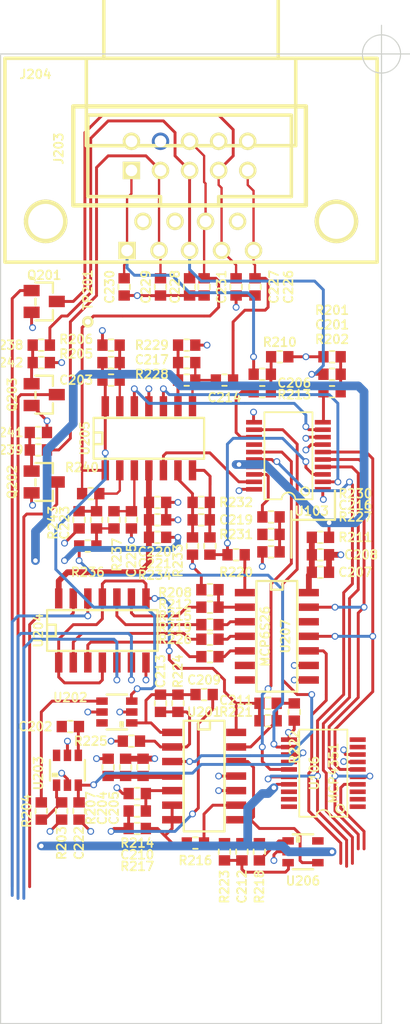
<source format=kicad_pcb>
(kicad_pcb (version 4) (host pcbnew 4.0.6)
  (layers (0 F.Cu signal hide) (1 In1.Cu power hide) (2 In2.Cu mixed hide) (31 B.Cu signal) (34 B.Paste user) (35 F.Paste user) (36 B.SilkS user) (37 F.SilkS user) (38 B.Mask user) (39 F.Mask user) (44 Edge.Cuts user))
  (net 0 "")
  (net 1 GND)
  (net 2 +5V)
  (net 3 "Net-(C201-Pad1)")
  (net 4 /CH1/RX_CTCSS)
  (net 5 "Net-(C202-Pad1)")
  (net 6 "Net-(C202-Pad2)")
  (net 7 "Net-(C203-Pad1)")
  (net 8 "Net-(C203-Pad2)")
  (net 9 /CH1/VDDA_1)
  (net 10 "Net-(C206-Pad1)")
  (net 11 /CH1/RX_AUDIO)
  (net 12 /CH1/VDDA_3)
  (net 13 "Net-(C209-Pad1)")
  (net 14 /CH1/CTCSS_FROM_RX_AUDIO)
  (net 15 "Net-(C210-Pad1)")
  (net 16 "Net-(C211-Pad1)")
  (net 17 "Net-(C211-Pad2)")
  (net 18 "Net-(C212-Pad1)")
  (net 19 "Net-(C212-Pad2)")
  (net 20 "Net-(C213-Pad2)")
  (net 21 /CH1/TX_AUDIO)
  (net 22 "Net-(C214-Pad2)")
  (net 23 "Net-(C216-Pad1)")
  (net 24 "Net-(C216-Pad2)")
  (net 25 "Net-(C217-Pad2)")
  (net 26 "Net-(C219-Pad1)")
  (net 27 "Net-(C219-Pad2)")
  (net 28 /CH1/VDDA_2)
  (net 29 /CH1/TONE_FROM_PI)
  (net 30 "Net-(C223-Pad1)")
  (net 31 "Net-(C223-Pad2)")
  (net 32 "Net-(C225-Pad1)")
  (net 33 /CH1/PTT)
  (net 34 /CH1/RX_COR)
  (net 35 /CH1/TX_CTCSS)
  (net 36 +2V5)
  (net 37 /CH2/TONE_FROM_PI)
  (net 38 /LINK1_AUD)
  (net 39 /LINK2_AUD)
  (net 40 /COR1)
  (net 41 /~CTCSS1)
  (net 42 /PTT1D)
  (net 43 "Net-(J308-Pad1)")
  (net 44 "Net-(J308-Pad2)")
  (net 45 "Net-(J308-Pad3)")
  (net 46 "Net-(J311-Pad1)")
  (net 47 "Net-(J311-Pad2)")
  (net 48 "Net-(J311-Pad3)")
  (net 49 "Net-(Q202-Pad1)")
  (net 50 "Net-(Q203-Pad1)")
  (net 51 "Net-(R119-Pad1)")
  (net 52 MISO_5)
  (net 53 /CH1/LOCAL_LINK)
  (net 54 "Net-(R202-Pad1)")
  (net 55 /CH1/CTCSS_FROM_RADIO)
  (net 56 "Net-(R204-Pad2)")
  (net 57 "Net-(R208-Pad2)")
  (net 58 "Net-(R212-Pad2)")
  (net 59 "Net-(R213-Pad1)")
  (net 60 "Net-(R215-Pad2)")
  (net 61 "Net-(R216-Pad2)")
  (net 62 "Net-(R218-Pad1)")
  (net 63 "Net-(R219-Pad2)")
  (net 64 "Net-(R220-Pad1)")
  (net 65 "Net-(R220-Pad2)")
  (net 66 "Net-(R226-Pad2)")
  (net 67 /CH1/TONE_FROM_SOUNDCARD)
  (net 68 "Net-(R236-Pad2)")
  (net 69 "Net-(R436-Pad2)")
  (net 70 /RX1_BUS3_EN)
  (net 71 /RX1_DEEMP_EN)
  (net 72 /RX1_DESC_EN)
  (net 73 /PORT1_DET_EN)
  (net 74 /RX1_BUS2_EN)
  (net 75 /RX1_BUS1_EN)
  (net 76 /RX1_LOCAL_EN)
  (net 77 "Net-(U103-Pad2)")
  (net 78 /~R03CS)
  (net 79 SCLK_5)
  (net 80 MOSI_5)
  (net 81 "Net-(U103-Pad9)")
  (net 82 "Net-(U103-Pad12)")
  (net 83 "Net-(U103-Pad19)")
  (net 84 /~PGA1_CS)
  (net 85 /~R811CS)
  (net 86 "Net-(U201-Pad12)")
  (module lib:SSOP-20 (layer F.Cu) (at 91.694 90.678 90)
    (fp_text reference U106 (at 0 -0.8 90) (layer F.SilkS) (effects (font (size 0.762 0.762) (thickness 0.1524))))
    (fp_text value MCP4351 (at 0 0.9 90) (layer F.SilkS) (effects (font (size 0.762 0.762) (thickness 0.1524))))
    (pad 1 smd rect (at -2.925 3 90) (size 0.4 1.4) (layers F.Cu F.Paste F.Mask) (net 48 "Net-(J311-Pad3)"))
    (pad 2 smd rect (at -2.275 3 90) (size 0.4 1.4) (layers F.Cu F.Paste F.Mask) (net 47 "Net-(J311-Pad2)"))
    (pad 3 smd rect (at -1.625 3 90) (size 0.4 1.4) (layers F.Cu F.Paste F.Mask) (net 46 "Net-(J311-Pad1)"))
    (pad 4 smd rect (at -0.975 3 90) (size 0.4 1.4) (layers F.Cu F.Paste F.Mask) (net 85 /~R811CS))
    (pad 5 smd rect (at -0.325 3 90) (size 0.4 1.4) (layers F.Cu F.Paste F.Mask) (net 79 SCLK_5))
    (pad 6 smd rect (at 0.325 3 90) (size 0.4 1.4) (layers F.Cu F.Paste F.Mask) (net 80 MOSI_5))
    (pad 7 smd rect (at 0.975 3 90) (size 0.4 1.4) (layers F.Cu F.Paste F.Mask) (net 1 GND))
    (pad 8 smd rect (at 1.625 3 90) (size 0.4 1.4) (layers F.Cu F.Paste F.Mask) (net 36 +2V5))
    (pad 9 smd rect (at 2.275 3 90) (size 0.4 1.4) (layers F.Cu F.Paste F.Mask) (net 69 "Net-(R436-Pad2)"))
    (pad 10 smd rect (at 2.925 3 90) (size 0.4 1.4) (layers F.Cu F.Paste F.Mask) (net 37 /CH2/TONE_FROM_PI))
    (pad 11 smd rect (at 2.925 -3 90) (size 0.4 1.4) (layers F.Cu F.Paste F.Mask) (net 36 +2V5))
    (pad 12 smd rect (at 2.275 -3 90) (size 0.4 1.4) (layers F.Cu F.Paste F.Mask) (net 68 "Net-(R236-Pad2)"))
    (pad 13 smd rect (at 1.625 -3 90) (size 0.4 1.4) (layers F.Cu F.Paste F.Mask) (net 29 /CH1/TONE_FROM_PI))
    (pad 14 smd rect (at 0.975 -3 90) (size 0.4 1.4) (layers F.Cu F.Paste F.Mask))
    (pad 15 smd rect (at 0.325 -3 90) (size 0.4 1.4) (layers F.Cu F.Paste F.Mask) (net 51 "Net-(R119-Pad1)"))
    (pad 16 smd rect (at -0.325 -3 90) (size 0.4 1.4) (layers F.Cu F.Paste F.Mask) (net 52 MISO_5))
    (pad 17 smd rect (at -0.975 -3 90) (size 0.4 1.4) (layers F.Cu F.Paste F.Mask) (net 2 +5V))
    (pad 18 smd rect (at -1.625 -3 90) (size 0.4 1.4) (layers F.Cu F.Paste F.Mask) (net 43 "Net-(J308-Pad1)"))
    (pad 19 smd rect (at -2.275 -3 90) (size 0.4 1.4) (layers F.Cu F.Paste F.Mask) (net 44 "Net-(J308-Pad2)"))
    (pad 20 smd rect (at -2.925 -3 90) (size 0.4 1.4) (layers F.Cu F.Paste F.Mask) (net 45 "Net-(J308-Pad3)"))
  )
  (module lib:smd0603 (layer F.Cu) (at 92.456 55.88)
    (fp_text reference C201 (at 0 -4.318) (layer F.SilkS) (effects (font (size 0.762 0.762) (thickness 0.1524))))
    (fp_text value 4.7u hide)
    (pad 1 smd rect (at 0.75184 0) (size 0.89916 1.00076) (layers F.Cu F.Paste F.Mask) (net 3 "Net-(C201-Pad1)"))
    (pad 2 smd rect (at -0.75184 0) (size 0.89916 1.00076) (layers F.Cu F.Paste F.Mask) (net 4 /CH1/RX_CTCSS))
  )
  (module lib:smd0603 (layer F.Cu) (at 69.596 86.614 180)
    (fp_text reference C202 (at 3.048 0 180) (layer F.SilkS) (effects (font (size 0.762 0.762) (thickness 0.1524))))
    (fp_text value 4.7u hide)
    (pad 1 smd rect (at 0.75184 0 180) (size 0.89916 1.00076) (layers F.Cu F.Paste F.Mask) (net 5 "Net-(C202-Pad1)"))
    (pad 2 smd rect (at -0.75184 0 180) (size 0.89916 1.00076) (layers F.Cu F.Paste F.Mask) (net 6 "Net-(C202-Pad2)"))
  )
  (module lib:smd0603 (layer F.Cu) (at 73.152 56.388 180)
    (fp_text reference C203 (at 3.048 0 180) (layer F.SilkS) (effects (font (size 0.762 0.762) (thickness 0.1524))))
    (fp_text value 33p hide)
    (pad 1 smd rect (at 0.75184 0 180) (size 0.89916 1.00076) (layers F.Cu F.Paste F.Mask) (net 7 "Net-(C203-Pad1)"))
    (pad 2 smd rect (at -0.75184 0 180) (size 0.89916 1.00076) (layers F.Cu F.Paste F.Mask) (net 8 "Net-(C203-Pad2)"))
  )
  (module lib:smd0603 (layer F.Cu) (at 74.422 90.17 270)
    (fp_text reference C204 (at 3.556 2.032 270) (layer F.SilkS) (effects (font (size 0.762 0.762) (thickness 0.1524))))
    (fp_text value 4.7u hide)
    (pad 1 smd rect (at 0.75184 0 270) (size 0.89916 1.00076) (layers F.Cu F.Paste F.Mask) (net 9 /CH1/VDDA_1))
    (pad 2 smd rect (at -0.75184 0 270) (size 0.89916 1.00076) (layers F.Cu F.Paste F.Mask) (net 1 GND))
  )
  (module lib:smd0603 (layer F.Cu) (at 75.946 90.17 270)
    (fp_text reference C205 (at 3.556 2.54 270) (layer F.SilkS) (effects (font (size 0.762 0.762) (thickness 0.1524))))
    (fp_text value 0.1u hide)
    (pad 1 smd rect (at 0.75184 0 270) (size 0.89916 1.00076) (layers F.Cu F.Paste F.Mask) (net 9 /CH1/VDDA_1))
    (pad 2 smd rect (at -0.75184 0 270) (size 0.89916 1.00076) (layers F.Cu F.Paste F.Mask) (net 1 GND))
  )
  (module lib:smd0603 (layer F.Cu) (at 86.36 55.88)
    (fp_text reference C206 (at 2.794 0.762) (layer F.SilkS) (effects (font (size 0.762 0.762) (thickness 0.1524))))
    (fp_text value 4.7u hide)
    (pad 1 smd rect (at 0.75184 0) (size 0.89916 1.00076) (layers F.Cu F.Paste F.Mask) (net 10 "Net-(C206-Pad1)"))
    (pad 2 smd rect (at -0.75184 0) (size 0.89916 1.00076) (layers F.Cu F.Paste F.Mask) (net 11 /CH1/RX_AUDIO))
  )
  (module lib:smd0603 (layer F.Cu) (at 91.44 73.152 180)
    (fp_text reference C207 (at -3.048 0 180) (layer F.SilkS) (effects (font (size 0.762 0.762) (thickness 0.1524))))
    (fp_text value 0.1u hide)
    (pad 1 smd rect (at 0.75184 0 180) (size 0.89916 1.00076) (layers F.Cu F.Paste F.Mask) (net 12 /CH1/VDDA_3))
    (pad 2 smd rect (at -0.75184 0 180) (size 0.89916 1.00076) (layers F.Cu F.Paste F.Mask) (net 1 GND))
  )
  (module lib:smd0603 (layer F.Cu) (at 91.44 71.628 180)
    (fp_text reference C208 (at -3.556 0 180) (layer F.SilkS) (effects (font (size 0.762 0.762) (thickness 0.1524))))
    (fp_text value 4.7u hide)
    (pad 1 smd rect (at 0.75184 0 180) (size 0.89916 1.00076) (layers F.Cu F.Paste F.Mask) (net 12 /CH1/VDDA_3))
    (pad 2 smd rect (at -0.75184 0 180) (size 0.89916 1.00076) (layers F.Cu F.Paste F.Mask) (net 1 GND))
  )
  (module lib:smd0603 (layer F.Cu) (at 81.28 83.82)
    (fp_text reference C209 (at 0 -1.27) (layer F.SilkS) (effects (font (size 0.762 0.762) (thickness 0.1524))))
    (fp_text value 0.027u hide)
    (pad 1 smd rect (at 0.75184 0) (size 0.89916 1.00076) (layers F.Cu F.Paste F.Mask) (net 13 "Net-(C209-Pad1)"))
    (pad 2 smd rect (at -0.75184 0) (size 0.89916 1.00076) (layers F.Cu F.Paste F.Mask) (net 14 /CH1/CTCSS_FROM_RX_AUDIO))
  )
  (module lib:smd0603 (layer F.Cu) (at 75.438 93.98)
    (fp_text reference C210 (at 0 3.81) (layer F.SilkS) (effects (font (size 0.762 0.762) (thickness 0.1524))))
    (fp_text value 0.027u hide)
    (pad 1 smd rect (at 0.75184 0) (size 0.89916 1.00076) (layers F.Cu F.Paste F.Mask) (net 15 "Net-(C210-Pad1)"))
    (pad 2 smd rect (at -0.75184 0) (size 0.89916 1.00076) (layers F.Cu F.Paste F.Mask) (net 13 "Net-(C209-Pad1)"))
  )
  (module lib:smd0603 (layer F.Cu) (at 86.868 84.582 180)
    (fp_text reference C211 (at 2.794 0.254 180) (layer F.SilkS) (effects (font (size 0.762 0.762) (thickness 0.1524))))
    (fp_text value 33p hide)
    (pad 1 smd rect (at 0.75184 0 180) (size 0.89916 1.00076) (layers F.Cu F.Paste F.Mask) (net 16 "Net-(C211-Pad1)"))
    (pad 2 smd rect (at -0.75184 0 180) (size 0.89916 1.00076) (layers F.Cu F.Paste F.Mask) (net 17 "Net-(C211-Pad2)"))
  )
  (module lib:smd0603 (layer F.Cu) (at 84.582 97.536 270)
    (fp_text reference C212 (at 3.048 0 270) (layer F.SilkS) (effects (font (size 0.762 0.762) (thickness 0.1524))))
    (fp_text value 0.0039u hide)
    (pad 1 smd rect (at 0.75184 0 270) (size 0.89916 1.00076) (layers F.Cu F.Paste F.Mask) (net 18 "Net-(C212-Pad1)"))
    (pad 2 smd rect (at -0.75184 0 270) (size 0.89916 1.00076) (layers F.Cu F.Paste F.Mask) (net 19 "Net-(C212-Pad2)"))
  )
  (module lib:smd0603 (layer F.Cu) (at 77.47 84.582 90)
    (fp_text reference C213 (at 2.794 0 90) (layer F.SilkS) (effects (font (size 0.762 0.762) (thickness 0.1524))))
    (fp_text value 33p hide)
    (pad 1 smd rect (at 0.75184 0 90) (size 0.89916 1.00076) (layers F.Cu F.Paste F.Mask) (net 14 /CH1/CTCSS_FROM_RX_AUDIO))
    (pad 2 smd rect (at -0.75184 0 90) (size 0.89916 1.00076) (layers F.Cu F.Paste F.Mask) (net 20 "Net-(C213-Pad2)"))
  )
  (module lib:smd0603 (layer F.Cu) (at 83.058 56.388)
    (fp_text reference C214 (at 0 1.524) (layer F.SilkS) (effects (font (size 0.762 0.762) (thickness 0.1524))))
    (fp_text value 10u hide)
    (pad 1 smd rect (at 0.75184 0) (size 0.89916 1.00076) (layers F.Cu F.Paste F.Mask) (net 21 /CH1/TX_AUDIO))
    (pad 2 smd rect (at -0.75184 0) (size 0.89916 1.00076) (layers F.Cu F.Paste F.Mask) (net 22 "Net-(C214-Pad2)"))
  )
  (module lib:smd0603 (layer F.Cu) (at 87.122 69.85)
    (fp_text reference C216 (at 7.366 -2.54) (layer F.SilkS) (effects (font (size 0.762 0.762) (thickness 0.1524))))
    (fp_text value 10u hide)
    (pad 1 smd rect (at 0.75184 0) (size 0.89916 1.00076) (layers F.Cu F.Paste F.Mask) (net 23 "Net-(C216-Pad1)"))
    (pad 2 smd rect (at -0.75184 0) (size 0.89916 1.00076) (layers F.Cu F.Paste F.Mask) (net 24 "Net-(C216-Pad2)"))
  )
  (module lib:smd0603 (layer F.Cu) (at 79.756 54.864)
    (fp_text reference C217 (at -3.048 -0.254) (layer F.SilkS) (effects (font (size 0.762 0.762) (thickness 0.1524))))
    (fp_text value 33p hide)
    (pad 1 smd rect (at 0.75184 0) (size 0.89916 1.00076) (layers F.Cu F.Paste F.Mask) (net 22 "Net-(C214-Pad2)"))
    (pad 2 smd rect (at -0.75184 0) (size 0.89916 1.00076) (layers F.Cu F.Paste F.Mask) (net 25 "Net-(C217-Pad2)"))
  )
  (module lib:smd0603 (layer F.Cu) (at 81.026 68.58)
    (fp_text reference C219 (at 3.048 0) (layer F.SilkS) (effects (font (size 0.762 0.762) (thickness 0.1524))))
    (fp_text value 33p hide)
    (pad 1 smd rect (at 0.75184 0) (size 0.89916 1.00076) (layers F.Cu F.Paste F.Mask) (net 26 "Net-(C219-Pad1)"))
    (pad 2 smd rect (at -0.75184 0) (size 0.89916 1.00076) (layers F.Cu F.Paste F.Mask) (net 27 "Net-(C219-Pad2)"))
  )
  (module lib:smd0603 (layer F.Cu) (at 77.216 67.056 180)
    (fp_text reference C220 (at 0.254 -4.318 180) (layer F.SilkS) (effects (font (size 0.762 0.762) (thickness 0.1524))))
    (fp_text value 0.1u hide)
    (pad 1 smd rect (at 0.75184 0 180) (size 0.89916 1.00076) (layers F.Cu F.Paste F.Mask) (net 28 /CH1/VDDA_2))
    (pad 2 smd rect (at -0.75184 0 180) (size 0.89916 1.00076) (layers F.Cu F.Paste F.Mask) (net 1 GND))
  )
  (module lib:smd0603 (layer F.Cu) (at 77.216 68.58 180)
    (fp_text reference C221 (at 0.254 -3.81 180) (layer F.SilkS) (effects (font (size 0.762 0.762) (thickness 0.1524))))
    (fp_text value 4.7u hide)
    (pad 1 smd rect (at 0.75184 0 180) (size 0.89916 1.00076) (layers F.Cu F.Paste F.Mask) (net 28 /CH1/VDDA_2))
    (pad 2 smd rect (at -0.75184 0 180) (size 0.89916 1.00076) (layers F.Cu F.Paste F.Mask) (net 1 GND))
  )
  (module lib:smd0603 (layer F.Cu) (at 70.358 93.98 90)
    (fp_text reference C222 (at -2.794 0 90) (layer F.SilkS) (effects (font (size 0.762 0.762) (thickness 0.1524))))
    (fp_text value 0.1u hide)
    (pad 1 smd rect (at 0.75184 0 90) (size 0.89916 1.00076) (layers F.Cu F.Paste F.Mask) (net 29 /CH1/TONE_FROM_PI))
    (pad 2 smd rect (at -0.75184 0 90) (size 0.89916 1.00076) (layers F.Cu F.Paste F.Mask) (net 1 GND))
  )
  (module lib:smd0603 (layer F.Cu) (at 71.882 68.58 270)
    (fp_text reference C223 (at 0.254 2.794 270) (layer F.SilkS) (effects (font (size 0.762 0.762) (thickness 0.1524))))
    (fp_text value 10u hide)
    (pad 1 smd rect (at 0.75184 0 270) (size 0.89916 1.00076) (layers F.Cu F.Paste F.Mask) (net 30 "Net-(C223-Pad1)"))
    (pad 2 smd rect (at -0.75184 0 270) (size 0.89916 1.00076) (layers F.Cu F.Paste F.Mask) (net 31 "Net-(C223-Pad2)"))
  )
  (module lib:smd0603 (layer F.Cu) (at 74.93 68.58 90)
    (fp_text reference C225 (at -3.556 0 90) (layer F.SilkS) (effects (font (size 0.762 0.762) (thickness 0.1524))))
    (fp_text value 4.7u hide)
    (pad 1 smd rect (at 0.75184 0 90) (size 0.89916 1.00076) (layers F.Cu F.Paste F.Mask) (net 32 "Net-(C225-Pad1)"))
    (pad 2 smd rect (at -0.75184 0 90) (size 0.89916 1.00076) (layers F.Cu F.Paste F.Mask) (net 1 GND))
  )
  (module lib:smd0603 (layer F.Cu) (at 85.725 48.26 90)
    (fp_text reference C226 (at 0 2.921 90) (layer F.SilkS) (effects (font (size 0.762 0.762) (thickness 0.1524))))
    (fp_text value 100p hide)
    (pad 1 smd rect (at 0.75184 0 90) (size 0.89916 1.00076) (layers F.Cu F.Paste F.Mask) (net 21 /CH1/TX_AUDIO))
    (pad 2 smd rect (at -0.75184 0 90) (size 0.89916 1.00076) (layers F.Cu F.Paste F.Mask) (net 1 GND))
  )
  (module lib:smd0603 (layer F.Cu) (at 84.074 48.26 90)
    (fp_text reference C227 (at 0 3.302 90) (layer F.SilkS) (effects (font (size 0.762 0.762) (thickness 0.1524))))
    (fp_text value 100p hide)
    (pad 1 smd rect (at 0.75184 0 90) (size 0.89916 1.00076) (layers F.Cu F.Paste F.Mask) (net 33 /CH1/PTT))
    (pad 2 smd rect (at -0.75184 0 90) (size 0.89916 1.00076) (layers F.Cu F.Paste F.Mask) (net 1 GND))
  )
  (module lib:smd0603 (layer F.Cu) (at 80.01 48.26 90)
    (fp_text reference C228 (at 0 -1.27 90) (layer F.SilkS) (effects (font (size 0.762 0.762) (thickness 0.1524))))
    (fp_text value 100p hide)
    (pad 1 smd rect (at 0.75184 0 90) (size 0.89916 1.00076) (layers F.Cu F.Paste F.Mask) (net 4 /CH1/RX_CTCSS))
    (pad 2 smd rect (at -0.75184 0 90) (size 0.89916 1.00076) (layers F.Cu F.Paste F.Mask) (net 1 GND))
  )
  (module lib:smd0603 (layer F.Cu) (at 77.47 48.26 90)
    (fp_text reference C229 (at 0 -1.27 90) (layer F.SilkS) (effects (font (size 0.762 0.762) (thickness 0.1524))))
    (fp_text value 100p hide)
    (pad 1 smd rect (at 0.75184 0 90) (size 0.89916 1.00076) (layers F.Cu F.Paste F.Mask) (net 34 /CH1/RX_COR))
    (pad 2 smd rect (at -0.75184 0 90) (size 0.89916 1.00076) (layers F.Cu F.Paste F.Mask) (net 1 GND))
  )
  (module lib:smd0603 (layer F.Cu) (at 74.295 48.26 90)
    (fp_text reference C230 (at 0 -1.27 90) (layer F.SilkS) (effects (font (size 0.762 0.762) (thickness 0.1524))))
    (fp_text value 100p hide)
    (pad 1 smd rect (at 0.75184 0 90) (size 0.89916 1.00076) (layers F.Cu F.Paste F.Mask) (net 11 /CH1/RX_AUDIO))
    (pad 2 smd rect (at -0.75184 0 90) (size 0.89916 1.00076) (layers F.Cu F.Paste F.Mask) (net 1 GND))
  )
  (module lib:smd0603 (layer F.Cu) (at 81.28 48.26 90)
    (fp_text reference C231 (at 0 1.524 90) (layer F.SilkS) (effects (font (size 0.762 0.762) (thickness 0.1524))))
    (fp_text value 100p hide)
    (pad 1 smd rect (at 0.75184 0 90) (size 0.89916 1.00076) (layers F.Cu F.Paste F.Mask) (net 35 /CH1/TX_CTCSS))
    (pad 2 smd rect (at -0.75184 0 90) (size 0.89916 1.00076) (layers F.Cu F.Paste F.Mask) (net 1 GND))
  )
  (module lib:RibbonHeader2x5 (layer F.Cu) (at 80.01 36.83)
    (fp_text reference J203 (at -11.43 -0.635 90) (layer F.SilkS) (effects (font (size 0.762 0.762) (thickness 0.1524))))
    (fp_text value "Radio Port" hide)
    (pad 1 thru_hole rect (at -5.08 1.27) (size 1.524 1.524) (drill 1.016) (layers *.Cu *.Mask F.SilkS) (net 11 /CH1/RX_AUDIO))
    (pad 2 thru_hole circle (at -5.08 -1.27) (size 1.524 1.524) (drill 1.016) (layers *.Cu *.Mask F.SilkS) (net 1 GND))
    (pad 3 thru_hole circle (at -2.54 1.27) (size 1.524 1.524) (drill 1.016) (layers *.Cu *.Mask F.SilkS) (net 34 /CH1/RX_COR))
    (pad 4 thru_hole circle (at -2.54 -1.27) (size 1.524 1.524) (drill 1.016) (layers *.Cu *.Mask) (net 1 GND))
    (pad 5 thru_hole circle (at 0 1.27) (size 1.524 1.524) (drill 1.016) (layers *.Cu *.Mask F.SilkS) (net 4 /CH1/RX_CTCSS))
    (pad 6 thru_hole circle (at 0 -1.27) (size 1.524 1.524) (drill 1.016) (layers *.Cu *.Mask F.SilkS) (net 35 /CH1/TX_CTCSS))
    (pad 7 thru_hole circle (at 2.54 1.27) (size 1.524 1.524) (drill 1.016) (layers *.Cu *.Mask F.SilkS) (net 33 /CH1/PTT))
    (pad 8 thru_hole circle (at 2.54 -1.27) (size 1.524 1.524) (drill 1.016) (layers *.Cu *.Mask F.SilkS) (net 1 GND))
    (pad 9 thru_hole circle (at 5.08 1.27) (size 1.524 1.524) (drill 1.016) (layers *.Cu *.Mask F.SilkS) (net 21 /CH1/TX_AUDIO))
    (pad 10 thru_hole circle (at 5.08 -1.27) (size 1.524 1.524) (drill 1.016) (layers *.Cu *.Mask F.SilkS))
  )
  (module lib:DB9FC (layer F.Cu) (at 80.01 43.815)
    (fp_text reference J204 (at -13.462 -14.097) (layer F.SilkS) (effects (font (size 0.762 0.762) (thickness 0.1524))))
    (fp_text value DB9_FEMALE hide)
    (pad "" thru_hole circle (at 12.827 -1.27) (size 3.81 3.81) (drill 3.048) (layers *.Cu *.Mask F.SilkS))
    (pad "" thru_hole circle (at -12.573 -1.27) (size 3.81 3.81) (drill 3.048) (layers *.Cu *.Mask F.SilkS))
    (pad 1 thru_hole rect (at -5.461 1.27) (size 1.524 1.524) (drill 1.016) (layers *.Cu *.Mask F.SilkS) (net 11 /CH1/RX_AUDIO))
    (pad 2 thru_hole circle (at -2.667 1.27) (size 1.524 1.524) (drill 1.016) (layers *.Cu *.Mask F.SilkS) (net 34 /CH1/RX_COR))
    (pad 3 thru_hole circle (at 0 1.27) (size 1.524 1.524) (drill 1.016) (layers *.Cu *.Mask F.SilkS) (net 4 /CH1/RX_CTCSS))
    (pad 4 thru_hole circle (at 2.794 1.27) (size 1.524 1.524) (drill 1.016) (layers *.Cu *.Mask F.SilkS) (net 33 /CH1/PTT))
    (pad 5 thru_hole circle (at 5.588 1.27) (size 1.524 1.524) (drill 1.016) (layers *.Cu *.Mask F.SilkS) (net 21 /CH1/TX_AUDIO))
    (pad 6 thru_hole circle (at -4.064 -1.27) (size 1.524 1.524) (drill 1.016) (layers *.Cu *.Mask F.SilkS) (net 1 GND))
    (pad 7 thru_hole circle (at -1.27 -1.27) (size 1.524 1.524) (drill 1.016) (layers *.Cu *.Mask F.SilkS) (net 1 GND))
    (pad 8 thru_hole circle (at 1.397 -1.27) (size 1.524 1.524) (drill 1.016) (layers *.Cu *.Mask F.SilkS) (net 35 /CH1/TX_CTCSS))
    (pad 9 thru_hole circle (at 4.191 -1.27) (size 1.524 1.524) (drill 1.016) (layers *.Cu *.Mask F.SilkS) (net 1 GND))
  )
  (module lib:SOT23 (layer F.Cu) (at 67.31 49.53 90)
    (fp_text reference Q201 (at 2.286 0 180) (layer F.SilkS) (effects (font (size 0.762 0.762) (thickness 0.1524))))
    (fp_text value 2N7000 hide)
    (pad 2 smd rect (at -0.94996 -1.09982 90) (size 1.00076 1.39954) (layers F.Cu F.Paste F.Mask) (net 1 GND))
    (pad 1 smd rect (at 0.94996 -1.09982 90) (size 1.00076 1.39954) (layers F.Cu F.Paste F.Mask) (net 42 /PTT1D))
    (pad 3 smd rect (at 0 1.09982 90) (size 1.00076 1.39954) (layers F.Cu F.Paste F.Mask) (net 33 /CH1/PTT))
  )
  (module lib:SOT23 (layer F.Cu) (at 67.31 65.278 90)
    (fp_text reference Q202 (at 0 -2.794 90) (layer F.SilkS) (effects (font (size 0.762 0.762) (thickness 0.1524))))
    (fp_text value 2N7000 hide)
    (pad 2 smd rect (at -0.94996 -1.09982 90) (size 1.00076 1.39954) (layers F.Cu F.Paste F.Mask) (net 1 GND))
    (pad 1 smd rect (at 0.94996 -1.09982 90) (size 1.00076 1.39954) (layers F.Cu F.Paste F.Mask) (net 49 "Net-(Q202-Pad1)"))
    (pad 3 smd rect (at 0 1.09982 90) (size 1.00076 1.39954) (layers F.Cu F.Paste F.Mask) (net 40 /COR1))
  )
  (module lib:SOT23 (layer F.Cu) (at 67.31 57.658 90)
    (fp_text reference Q203 (at 0 -2.794 90) (layer F.SilkS) (effects (font (size 0.762 0.762) (thickness 0.1524))))
    (fp_text value 2N7000 hide)
    (pad 2 smd rect (at -0.94996 -1.09982 90) (size 1.00076 1.39954) (layers F.Cu F.Paste F.Mask) (net 1 GND))
    (pad 1 smd rect (at 0.94996 -1.09982 90) (size 1.00076 1.39954) (layers F.Cu F.Paste F.Mask) (net 50 "Net-(Q203-Pad1)"))
    (pad 3 smd rect (at 0 1.09982 90) (size 1.00076 1.39954) (layers F.Cu F.Paste F.Mask) (net 41 /~CTCSS1))
  )
  (module lib:smd0603 (layer F.Cu) (at 92.456 54.356 180)
    (fp_text reference R201 (at 0 4.064 180) (layer F.SilkS) (effects (font (size 0.762 0.762) (thickness 0.1524))))
    (fp_text value 100k hide)
    (pad 1 smd rect (at 0.75184 0 180) (size 0.89916 1.00076) (layers F.Cu F.Paste F.Mask) (net 36 +2V5))
    (pad 2 smd rect (at -0.75184 0 180) (size 0.89916 1.00076) (layers F.Cu F.Paste F.Mask) (net 3 "Net-(C201-Pad1)"))
  )
  (module lib:smd0603 (layer F.Cu) (at 92.456 57.404 180)
    (fp_text reference R202 (at 0 4.572 180) (layer F.SilkS) (effects (font (size 0.762 0.762) (thickness 0.1524))))
    (fp_text value 1k hide)
    (pad 1 smd rect (at 0.75184 0 180) (size 0.89916 1.00076) (layers F.Cu F.Paste F.Mask) (net 54 "Net-(R202-Pad1)"))
    (pad 2 smd rect (at -0.75184 0 180) (size 0.89916 1.00076) (layers F.Cu F.Paste F.Mask) (net 3 "Net-(C201-Pad1)"))
  )
  (module lib:smd0603 (layer F.Cu) (at 68.834 93.98 270)
    (fp_text reference R203 (at 2.794 0 270) (layer F.SilkS) (effects (font (size 0.762 0.762) (thickness 0.1524))))
    (fp_text value 1k hide)
    (pad 1 smd rect (at 0.75184 0 270) (size 0.89916 1.00076) (layers F.Cu F.Paste F.Mask) (net 36 +2V5))
    (pad 2 smd rect (at -0.75184 0 270) (size 0.89916 1.00076) (layers F.Cu F.Paste F.Mask) (net 55 /CH1/CTCSS_FROM_RADIO))
  )
  (module lib:smd0603 (layer F.Cu) (at 67.056 93.98 270)
    (fp_text reference R204 (at 0 1.27 270) (layer F.SilkS) (effects (font (size 0.762 0.762) (thickness 0.1524))))
    (fp_text value 20k hide)
    (pad 1 smd rect (at 0.75184 0 270) (size 0.89916 1.00076) (layers F.Cu F.Paste F.Mask) (net 55 /CH1/CTCSS_FROM_RADIO))
    (pad 2 smd rect (at -0.75184 0 270) (size 0.89916 1.00076) (layers F.Cu F.Paste F.Mask) (net 56 "Net-(R204-Pad2)"))
  )
  (module lib:smd0603 (layer F.Cu) (at 73.152 54.864 180)
    (fp_text reference R205 (at 3.048 0.762 180) (layer F.SilkS) (effects (font (size 0.762 0.762) (thickness 0.1524))))
    (fp_text value 10k hide)
    (pad 1 smd rect (at 0.75184 0 180) (size 0.89916 1.00076) (layers F.Cu F.Paste F.Mask) (net 7 "Net-(C203-Pad1)"))
    (pad 2 smd rect (at -0.75184 0 180) (size 0.89916 1.00076) (layers F.Cu F.Paste F.Mask) (net 8 "Net-(C203-Pad2)"))
  )
  (module lib:smd0603 (layer F.Cu) (at 73.152 53.34 180)
    (fp_text reference R206 (at 3.048 0.508 180) (layer F.SilkS) (effects (font (size 0.762 0.762) (thickness 0.1524))))
    (fp_text value 10k hide)
    (pad 1 smd rect (at 0.75184 0 180) (size 0.89916 1.00076) (layers F.Cu F.Paste F.Mask) (net 36 +2V5))
    (pad 2 smd rect (at -0.75184 0 180) (size 0.89916 1.00076) (layers F.Cu F.Paste F.Mask) (net 8 "Net-(C203-Pad2)"))
  )
  (module lib:smd0603 (layer F.Cu) (at 72.898 90.17 270)
    (fp_text reference R207 (at 3.556 1.524 270) (layer F.SilkS) (effects (font (size 0.762 0.762) (thickness 0.1524))))
    (fp_text value 33 hide)
    (pad 1 smd rect (at 0.75184 0 270) (size 0.89916 1.00076) (layers F.Cu F.Paste F.Mask) (net 9 /CH1/VDDA_1))
    (pad 2 smd rect (at -0.75184 0 270) (size 0.89916 1.00076) (layers F.Cu F.Paste F.Mask) (net 2 +5V))
  )
  (module lib:smd0603 (layer F.Cu) (at 81.788 74.676 180)
    (fp_text reference R208 (at 3.048 -0.254 180) (layer F.SilkS) (effects (font (size 0.762 0.762) (thickness 0.1524))))
    (fp_text value 1k hide)
    (pad 1 smd rect (at 0.75184 0 180) (size 0.89916 1.00076) (layers F.Cu F.Paste F.Mask) (net 36 +2V5))
    (pad 2 smd rect (at -0.75184 0 180) (size 0.89916 1.00076) (layers F.Cu F.Paste F.Mask) (net 57 "Net-(R208-Pad2)"))
  )
  (module lib:smd0603 (layer F.Cu) (at 87.884 54.356)
    (fp_text reference R210 (at 0 -1.27) (layer F.SilkS) (effects (font (size 0.762 0.762) (thickness 0.1524))))
    (fp_text value 100k hide)
    (pad 1 smd rect (at 0.75184 0) (size 0.89916 1.00076) (layers F.Cu F.Paste F.Mask) (net 36 +2V5))
    (pad 2 smd rect (at -0.75184 0) (size 0.89916 1.00076) (layers F.Cu F.Paste F.Mask) (net 10 "Net-(C206-Pad1)"))
  )
  (module lib:smd0603 (layer F.Cu) (at 91.44 70.104 180)
    (fp_text reference R211 (at -3.048 0 180) (layer F.SilkS) (effects (font (size 0.762 0.762) (thickness 0.1524))))
    (fp_text value 33 hide)
    (pad 1 smd rect (at 0.75184 0 180) (size 0.89916 1.00076) (layers F.Cu F.Paste F.Mask) (net 12 /CH1/VDDA_3))
    (pad 2 smd rect (at -0.75184 0 180) (size 0.89916 1.00076) (layers F.Cu F.Paste F.Mask) (net 2 +5V))
  )
  (module lib:smd0603 (layer F.Cu) (at 81.788 76.2)
    (fp_text reference R212 (at -3.048 -0.254) (layer F.SilkS) (effects (font (size 0.762 0.762) (thickness 0.1524))))
    (fp_text value 2k hide)
    (pad 1 smd rect (at 0.75184 0) (size 0.89916 1.00076) (layers F.Cu F.Paste F.Mask) (net 57 "Net-(R208-Pad2)"))
    (pad 2 smd rect (at -0.75184 0) (size 0.89916 1.00076) (layers F.Cu F.Paste F.Mask) (net 58 "Net-(R212-Pad2)"))
  )
  (module lib:smd0603 (layer F.Cu) (at 86.36 57.404 180)
    (fp_text reference R213 (at -2.794 -0.254 180) (layer F.SilkS) (effects (font (size 0.762 0.762) (thickness 0.1524))))
    (fp_text value 1k hide)
    (pad 1 smd rect (at 0.75184 0 180) (size 0.89916 1.00076) (layers F.Cu F.Paste F.Mask) (net 59 "Net-(R213-Pad1)"))
    (pad 2 smd rect (at -0.75184 0 180) (size 0.89916 1.00076) (layers F.Cu F.Paste F.Mask) (net 10 "Net-(C206-Pad1)"))
  )
  (module lib:smd0603 (layer F.Cu) (at 75.438 92.456 180)
    (fp_text reference R214 (at 0 -4.318 180) (layer F.SilkS) (effects (font (size 0.762 0.762) (thickness 0.1524))))
    (fp_text value 13k7 hide)
    (pad 1 smd rect (at 0.75184 0 180) (size 0.89916 1.00076) (layers F.Cu F.Paste F.Mask) (net 36 +2V5))
    (pad 2 smd rect (at -0.75184 0 180) (size 0.89916 1.00076) (layers F.Cu F.Paste F.Mask) (net 15 "Net-(C210-Pad1)"))
  )
  (module lib:smd0603 (layer F.Cu) (at 81.788 77.724)
    (fp_text reference R215 (at -3.048 -0.762) (layer F.SilkS) (effects (font (size 0.762 0.762) (thickness 0.1524))))
    (fp_text value 2k hide)
    (pad 1 smd rect (at 0.75184 0) (size 0.89916 1.00076) (layers F.Cu F.Paste F.Mask) (net 53 /CH1/LOCAL_LINK))
    (pad 2 smd rect (at -0.75184 0) (size 0.89916 1.00076) (layers F.Cu F.Paste F.Mask) (net 60 "Net-(R215-Pad2)"))
  )
  (module lib:smd0603 (layer F.Cu) (at 80.518 96.774)
    (fp_text reference R216 (at 0 1.524) (layer F.SilkS) (effects (font (size 0.762 0.762) (thickness 0.1524))))
    (fp_text value 50k hide)
    (pad 1 smd rect (at 0.75184 0) (size 0.89916 1.00076) (layers F.Cu F.Paste F.Mask) (net 19 "Net-(C212-Pad2)"))
    (pad 2 smd rect (at -0.75184 0) (size 0.89916 1.00076) (layers F.Cu F.Paste F.Mask) (net 61 "Net-(R216-Pad2)"))
  )
  (module lib:smd0603 (layer F.Cu) (at 75.438 95.504 180)
    (fp_text reference R217 (at 0 -3.302 180) (layer F.SilkS) (effects (font (size 0.762 0.762) (thickness 0.1524))))
    (fp_text value 27k hide)
    (pad 1 smd rect (at 0.75184 0 180) (size 0.89916 1.00076) (layers F.Cu F.Paste F.Mask) (net 13 "Net-(C209-Pad1)"))
    (pad 2 smd rect (at -0.75184 0 180) (size 0.89916 1.00076) (layers F.Cu F.Paste F.Mask) (net 61 "Net-(R216-Pad2)"))
  )
  (module lib:smd0603 (layer F.Cu) (at 86.106 97.536 270)
    (fp_text reference R218 (at 3.048 0 270) (layer F.SilkS) (effects (font (size 0.762 0.762) (thickness 0.1524))))
    (fp_text value 50k hide)
    (pad 1 smd rect (at 0.75184 0 270) (size 0.89916 1.00076) (layers F.Cu F.Paste F.Mask) (net 62 "Net-(R218-Pad1)"))
    (pad 2 smd rect (at -0.75184 0 270) (size 0.89916 1.00076) (layers F.Cu F.Paste F.Mask) (net 19 "Net-(C212-Pad2)"))
  )
  (module lib:smd0603 (layer F.Cu) (at 81.788 78.994)
    (fp_text reference R219 (at -3.048 -1.016) (layer F.SilkS) (effects (font (size 0.762 0.762) (thickness 0.1524))))
    (fp_text value 2k hide)
    (pad 1 smd rect (at 0.75184 0) (size 0.89916 1.00076) (layers F.Cu F.Paste F.Mask) (net 38 /LINK1_AUD))
    (pad 2 smd rect (at -0.75184 0) (size 0.89916 1.00076) (layers F.Cu F.Paste F.Mask) (net 63 "Net-(R219-Pad2)"))
  )
  (module lib:smd0603 (layer F.Cu) (at 84.074 71.628 180)
    (fp_text reference R220 (at 0 -1.524 180) (layer F.SilkS) (effects (font (size 0.762 0.762) (thickness 0.1524))))
    (fp_text value 20k hide)
    (pad 1 smd rect (at 0.75184 0 180) (size 0.89916 1.00076) (layers F.Cu F.Paste F.Mask) (net 64 "Net-(R220-Pad1)"))
    (pad 2 smd rect (at -0.75184 0 180) (size 0.89916 1.00076) (layers F.Cu F.Paste F.Mask) (net 65 "Net-(R220-Pad2)"))
  )
  (module lib:smd0603 (layer F.Cu) (at 86.868 86.106 180)
    (fp_text reference R221 (at 2.794 0.762 180) (layer F.SilkS) (effects (font (size 0.762 0.762) (thickness 0.1524))))
    (fp_text value 10k hide)
    (pad 1 smd rect (at 0.75184 0 180) (size 0.89916 1.00076) (layers F.Cu F.Paste F.Mask) (net 16 "Net-(C211-Pad1)"))
    (pad 2 smd rect (at -0.75184 0 180) (size 0.89916 1.00076) (layers F.Cu F.Paste F.Mask) (net 17 "Net-(C211-Pad2)"))
  )
  (module lib:smd0603 (layer F.Cu) (at 89.154 85.344 270)
    (fp_text reference R222 (at 3.048 0 270) (layer F.SilkS) (effects (font (size 0.762 0.762) (thickness 0.1524))))
    (fp_text value 10k hide)
    (pad 1 smd rect (at 0.75184 0 270) (size 0.89916 1.00076) (layers F.Cu F.Paste F.Mask) (net 36 +2V5))
    (pad 2 smd rect (at -0.75184 0 270) (size 0.89916 1.00076) (layers F.Cu F.Paste F.Mask) (net 17 "Net-(C211-Pad2)"))
  )
  (module lib:smd0603 (layer F.Cu) (at 83.058 97.536 270)
    (fp_text reference R223 (at 3.048 0 270) (layer F.SilkS) (effects (font (size 0.762 0.762) (thickness 0.1524))))
    (fp_text value 200k hide)
    (pad 1 smd rect (at 0.75184 0 270) (size 0.89916 1.00076) (layers F.Cu F.Paste F.Mask) (net 18 "Net-(C212-Pad1)"))
    (pad 2 smd rect (at -0.75184 0 270) (size 0.89916 1.00076) (layers F.Cu F.Paste F.Mask) (net 19 "Net-(C212-Pad2)"))
  )
  (module lib:smd0603 (layer F.Cu) (at 78.994 84.582 90)
    (fp_text reference R224 (at 2.794 0 90) (layer F.SilkS) (effects (font (size 0.762 0.762) (thickness 0.1524))))
    (fp_text value 10k hide)
    (pad 1 smd rect (at 0.75184 0 90) (size 0.89916 1.00076) (layers F.Cu F.Paste F.Mask) (net 14 /CH1/CTCSS_FROM_RX_AUDIO))
    (pad 2 smd rect (at -0.75184 0 90) (size 0.89916 1.00076) (layers F.Cu F.Paste F.Mask) (net 20 "Net-(C213-Pad2)"))
  )
  (module lib:smd0603 (layer F.Cu) (at 74.93 87.884 180)
    (fp_text reference R225 (at 3.556 0 180) (layer F.SilkS) (effects (font (size 0.762 0.762) (thickness 0.1524))))
    (fp_text value 10k hide)
    (pad 1 smd rect (at 0.75184 0 180) (size 0.89916 1.00076) (layers F.Cu F.Paste F.Mask) (net 36 +2V5))
    (pad 2 smd rect (at -0.75184 0 180) (size 0.89916 1.00076) (layers F.Cu F.Paste F.Mask) (net 20 "Net-(C213-Pad2)"))
  )
  (module lib:smd0603 (layer F.Cu) (at 81.788 80.518)
    (fp_text reference R226 (at -3.048 -1.524) (layer F.SilkS) (effects (font (size 0.762 0.762) (thickness 0.1524))))
    (fp_text value 2k hide)
    (pad 1 smd rect (at 0.75184 0) (size 0.89916 1.00076) (layers F.Cu F.Paste F.Mask) (net 39 /LINK2_AUD))
    (pad 2 smd rect (at -0.75184 0) (size 0.89916 1.00076) (layers F.Cu F.Paste F.Mask) (net 66 "Net-(R226-Pad2)"))
  )
  (module lib:smd0603 (layer F.Cu) (at 87.122 71.374 180)
    (fp_text reference R227 (at -7.366 3.048 180) (layer F.SilkS) (effects (font (size 0.762 0.762) (thickness 0.1524))))
    (fp_text value 100k hide)
    (pad 1 smd rect (at 0.75184 0 180) (size 0.89916 1.00076) (layers F.Cu F.Paste F.Mask) (net 36 +2V5))
    (pad 2 smd rect (at -0.75184 0 180) (size 0.89916 1.00076) (layers F.Cu F.Paste F.Mask) (net 23 "Net-(C216-Pad1)"))
  )
  (module lib:smd0603 (layer F.Cu) (at 79.756 56.388)
    (fp_text reference R228 (at -3.048 -0.508) (layer F.SilkS) (effects (font (size 0.762 0.762) (thickness 0.1524))))
    (fp_text value 10k hide)
    (pad 1 smd rect (at 0.75184 0) (size 0.89916 1.00076) (layers F.Cu F.Paste F.Mask) (net 22 "Net-(C214-Pad2)"))
    (pad 2 smd rect (at -0.75184 0) (size 0.89916 1.00076) (layers F.Cu F.Paste F.Mask) (net 25 "Net-(C217-Pad2)"))
  )
  (module lib:smd0603 (layer F.Cu) (at 79.756 53.34)
    (fp_text reference R229 (at -3.048 0) (layer F.SilkS) (effects (font (size 0.762 0.762) (thickness 0.1524))))
    (fp_text value 10k hide)
    (pad 1 smd rect (at 0.75184 0) (size 0.89916 1.00076) (layers F.Cu F.Paste F.Mask) (net 36 +2V5))
    (pad 2 smd rect (at -0.75184 0) (size 0.89916 1.00076) (layers F.Cu F.Paste F.Mask) (net 25 "Net-(C217-Pad2)"))
  )
  (module lib:smd0603 (layer F.Cu) (at 87.122 68.326 180)
    (fp_text reference R230 (at -7.366 2.032 180) (layer F.SilkS) (effects (font (size 0.762 0.762) (thickness 0.1524))))
    (fp_text value 1k hide)
    (pad 1 smd rect (at 0.75184 0 180) (size 0.89916 1.00076) (layers F.Cu F.Paste F.Mask) (net 67 /CH1/TONE_FROM_SOUNDCARD))
    (pad 2 smd rect (at -0.75184 0 180) (size 0.89916 1.00076) (layers F.Cu F.Paste F.Mask) (net 23 "Net-(C216-Pad1)"))
  )
  (module lib:smd0603 (layer F.Cu) (at 81.788 70.866 270)
    (fp_text reference R231 (at -1.016 -2.286 360) (layer F.SilkS) (effects (font (size 0.762 0.762) (thickness 0.1524))))
    (fp_text value 20k hide)
    (pad 1 smd rect (at 0.75184 0 270) (size 0.89916 1.00076) (layers F.Cu F.Paste F.Mask) (net 64 "Net-(R220-Pad1)"))
    (pad 2 smd rect (at -0.75184 0 270) (size 0.89916 1.00076) (layers F.Cu F.Paste F.Mask) (net 26 "Net-(C219-Pad1)"))
  )
  (module lib:smd0603 (layer F.Cu) (at 81.026 67.056)
    (fp_text reference R232 (at 3.048 0) (layer F.SilkS) (effects (font (size 0.762 0.762) (thickness 0.1524))))
    (fp_text value 10k hide)
    (pad 1 smd rect (at 0.75184 0) (size 0.89916 1.00076) (layers F.Cu F.Paste F.Mask) (net 26 "Net-(C219-Pad1)"))
    (pad 2 smd rect (at -0.75184 0) (size 0.89916 1.00076) (layers F.Cu F.Paste F.Mask) (net 27 "Net-(C219-Pad2)"))
  )
  (module lib:smd0603 (layer F.Cu) (at 80.264 70.866 270)
    (fp_text reference R233 (at 1.27 1.27 270) (layer F.SilkS) (effects (font (size 0.762 0.762) (thickness 0.1524))))
    (fp_text value 10k hide)
    (pad 1 smd rect (at 0.75184 0 270) (size 0.89916 1.00076) (layers F.Cu F.Paste F.Mask) (net 36 +2V5))
    (pad 2 smd rect (at -0.75184 0 270) (size 0.89916 1.00076) (layers F.Cu F.Paste F.Mask) (net 27 "Net-(C219-Pad2)"))
  )
  (module lib:smd0603 (layer F.Cu) (at 77.216 70.104 180)
    (fp_text reference R234 (at 0.254 -3.302 180) (layer F.SilkS) (effects (font (size 0.762 0.762) (thickness 0.1524))))
    (fp_text value 33 hide)
    (pad 1 smd rect (at 0.75184 0 180) (size 0.89916 1.00076) (layers F.Cu F.Paste F.Mask) (net 28 /CH1/VDDA_2))
    (pad 2 smd rect (at -0.75184 0 180) (size 0.89916 1.00076) (layers F.Cu F.Paste F.Mask) (net 2 +5V))
  )
  (module lib:smd0603 (layer F.Cu) (at 71.12 70.866)
    (fp_text reference R236 (at 0 2.286) (layer F.SilkS) (effects (font (size 0.762 0.762) (thickness 0.1524))))
    (fp_text value 100k hide)
    (pad 1 smd rect (at 0.75184 0) (size 0.89916 1.00076) (layers F.Cu F.Paste F.Mask) (net 30 "Net-(C223-Pad1)"))
    (pad 2 smd rect (at -0.75184 0) (size 0.89916 1.00076) (layers F.Cu F.Paste F.Mask) (net 68 "Net-(R236-Pad2)"))
  )
  (module lib:smd0603 (layer F.Cu) (at 73.406 68.58 90)
    (fp_text reference R237 (at -3.048 0.254 90) (layer F.SilkS) (effects (font (size 0.762 0.762) (thickness 0.1524))))
    (fp_text value 100k hide)
    (pad 1 smd rect (at 0.75184 0 90) (size 0.89916 1.00076) (layers F.Cu F.Paste F.Mask) (net 32 "Net-(C225-Pad1)"))
    (pad 2 smd rect (at -0.75184 0 90) (size 0.89916 1.00076) (layers F.Cu F.Paste F.Mask) (net 30 "Net-(C223-Pad1)"))
  )
  (module lib:smd0603 (layer F.Cu) (at 67.056 53.34 180)
    (fp_text reference R238 (at 3.048 0 180) (layer F.SilkS) (effects (font (size 0.762 0.762) (thickness 0.1524))))
    (fp_text value 1k hide)
    (pad 1 smd rect (at 0.75184 0 180) (size 0.89916 1.00076) (layers F.Cu F.Paste F.Mask) (net 50 "Net-(Q203-Pad1)"))
    (pad 2 smd rect (at -0.75184 0 180) (size 0.89916 1.00076) (layers F.Cu F.Paste F.Mask) (net 4 /CH1/RX_CTCSS))
  )
  (module lib:smd0603 (layer F.Cu) (at 66.802 62.484)
    (fp_text reference R239 (at -2.794 0) (layer F.SilkS) (effects (font (size 0.762 0.762) (thickness 0.1524))))
    (fp_text value 1k hide)
    (pad 1 smd rect (at 0.75184 0) (size 0.89916 1.00076) (layers F.Cu F.Paste F.Mask) (net 34 /CH1/RX_COR))
    (pad 2 smd rect (at -0.75184 0) (size 0.89916 1.00076) (layers F.Cu F.Paste F.Mask) (net 49 "Net-(Q202-Pad1)"))
  )
  (module lib:smd0603 (layer F.Cu) (at 71.374 66.294 180)
    (fp_text reference R240 (at 0.762 2.286 180) (layer F.SilkS) (effects (font (size 0.762 0.762) (thickness 0.1524))))
    (fp_text value 100k hide)
    (pad 1 smd rect (at 0.75184 0 180) (size 0.89916 1.00076) (layers F.Cu F.Paste F.Mask) (net 35 /CH1/TX_CTCSS))
    (pad 2 smd rect (at -0.75184 0 180) (size 0.89916 1.00076) (layers F.Cu F.Paste F.Mask) (net 31 "Net-(C223-Pad2)"))
  )
  (module lib:smd0603 (layer F.Cu) (at 66.802 60.96 180)
    (fp_text reference R241 (at 2.794 0 180) (layer F.SilkS) (effects (font (size 0.762 0.762) (thickness 0.1524))))
    (fp_text value 20k hide)
    (pad 1 smd rect (at 0.75184 0 180) (size 0.89916 1.00076) (layers F.Cu F.Paste F.Mask) (net 49 "Net-(Q202-Pad1)"))
    (pad 2 smd rect (at -0.75184 0 180) (size 0.89916 1.00076) (layers F.Cu F.Paste F.Mask) (net 1 GND))
  )
  (module lib:smd0603 (layer F.Cu) (at 67.056 54.864 180)
    (fp_text reference R242 (at 3.048 0 180) (layer F.SilkS) (effects (font (size 0.762 0.762) (thickness 0.1524))))
    (fp_text value 20k hide)
    (pad 1 smd rect (at 0.75184 0 180) (size 0.89916 1.00076) (layers F.Cu F.Paste F.Mask) (net 50 "Net-(Q203-Pad1)"))
    (pad 2 smd rect (at -0.75184 0 180) (size 0.89916 1.00076) (layers F.Cu F.Paste F.Mask) (net 1 GND))
  )
  (module lib:smd0603 (layer F.Cu) (at 70.358 68.58 270)
    (fp_text reference R243 (at 0.254 2.286 270) (layer F.SilkS) (effects (font (size 0.762 0.762) (thickness 0.1524))))
    (fp_text value 20k hide)
    (pad 1 smd rect (at 0.75184 0 270) (size 0.89916 1.00076) (layers F.Cu F.Paste F.Mask) (net 36 +2V5))
    (pad 2 smd rect (at -0.75184 0 270) (size 0.89916 1.00076) (layers F.Cu F.Paste F.Mask) (net 31 "Net-(C223-Pad2)"))
  )
  (module lib:Wire_28AWG (layer F.Cu) (at 71.12 51.308)
    (fp_text reference TP201 (at 0 -2.794 90) (layer F.SilkS) (effects (font (size 0.762 0.762) (thickness 0.1524))))
    (fp_text value TESTPOINT hide)
    (pad 1 thru_hole circle (at 0 0) (size 1.00076 1.00076) (drill 0.50038) (layers *.Cu *.Mask F.SilkS) (net 35 /CH1/TX_CTCSS))
  )
  (module lib:SSOP-20 (layer F.Cu) (at 88.646 62.992 90)
    (fp_text reference U103 (at -4.826 2.032 180) (layer F.SilkS) (effects (font (size 0.762 0.762) (thickness 0.1524))))
    (fp_text value MCP4351 hide)
    (pad 1 smd rect (at -2.925 3 90) (size 0.4 1.4) (layers F.Cu F.Paste F.Mask) (net 36 +2V5))
    (pad 2 smd rect (at -2.275 3 90) (size 0.4 1.4) (layers F.Cu F.Paste F.Mask) (net 77 "Net-(U103-Pad2)"))
    (pad 3 smd rect (at -1.625 3 90) (size 0.4 1.4) (layers F.Cu F.Paste F.Mask) (net 64 "Net-(R220-Pad1)"))
    (pad 4 smd rect (at -0.975 3 90) (size 0.4 1.4) (layers F.Cu F.Paste F.Mask) (net 78 /~R03CS))
    (pad 5 smd rect (at -0.325 3 90) (size 0.4 1.4) (layers F.Cu F.Paste F.Mask) (net 79 SCLK_5))
    (pad 6 smd rect (at 0.325 3 90) (size 0.4 1.4) (layers F.Cu F.Paste F.Mask) (net 80 MOSI_5))
    (pad 7 smd rect (at 0.975 3 90) (size 0.4 1.4) (layers F.Cu F.Paste F.Mask) (net 1 GND))
    (pad 8 smd rect (at 1.625 3 90) (size 0.4 1.4) (layers F.Cu F.Paste F.Mask) (net 36 +2V5))
    (pad 9 smd rect (at 2.275 3 90) (size 0.4 1.4) (layers F.Cu F.Paste F.Mask) (net 81 "Net-(U103-Pad9)"))
    (pad 10 smd rect (at 2.925 3 90) (size 0.4 1.4) (layers F.Cu F.Paste F.Mask) (net 54 "Net-(R202-Pad1)"))
    (pad 11 smd rect (at 2.925 -3 90) (size 0.4 1.4) (layers F.Cu F.Paste F.Mask) (net 36 +2V5))
    (pad 12 smd rect (at 2.275 -3 90) (size 0.4 1.4) (layers F.Cu F.Paste F.Mask) (net 82 "Net-(U103-Pad12)"))
    (pad 13 smd rect (at 1.625 -3 90) (size 0.4 1.4) (layers F.Cu F.Paste F.Mask) (net 59 "Net-(R213-Pad1)"))
    (pad 14 smd rect (at 0.975 -3 90) (size 0.4 1.4) (layers F.Cu F.Paste F.Mask))
    (pad 15 smd rect (at 0.325 -3 90) (size 0.4 1.4) (layers F.Cu F.Paste F.Mask) (net 51 "Net-(R119-Pad1)"))
    (pad 16 smd rect (at -0.325 -3 90) (size 0.4 1.4) (layers F.Cu F.Paste F.Mask) (net 52 MISO_5))
    (pad 17 smd rect (at -0.975 -3 90) (size 0.4 1.4) (layers F.Cu F.Paste F.Mask) (net 2 +5V))
    (pad 18 smd rect (at -1.625 -3 90) (size 0.4 1.4) (layers F.Cu F.Paste F.Mask) (net 67 /CH1/TONE_FROM_SOUNDCARD))
    (pad 19 smd rect (at -2.275 -3 90) (size 0.4 1.4) (layers F.Cu F.Paste F.Mask) (net 83 "Net-(U103-Pad19)"))
    (pad 20 smd rect (at -2.925 -3 90) (size 0.4 1.4) (layers F.Cu F.Paste F.Mask) (net 36 +2V5))
  )
  (module lib:SOIC14 (layer F.Cu) (at 81.28 90.932 270)
    (fp_text reference U201 (at -5.588 0 360) (layer F.SilkS) (effects (font (size 0.762 0.762) (thickness 0.1524))))
    (fp_text value MCP6004N hide)
    (pad 1 smd rect (at -3.81 2.794 270) (size 0.65024 1.75006) (layers F.Cu F.Paste F.Mask) (net 14 /CH1/CTCSS_FROM_RX_AUDIO))
    (pad 2 smd rect (at -2.54 2.794 270) (size 0.65024 1.75006) (layers F.Cu F.Paste F.Mask) (net 20 "Net-(C213-Pad2)"))
    (pad 3 smd rect (at -1.27 2.794 270) (size 0.65024 1.75006) (layers F.Cu F.Paste F.Mask) (net 82 "Net-(U103-Pad12)"))
    (pad 4 smd rect (at 0 2.794 270) (size 0.65024 1.75006) (layers F.Cu F.Paste F.Mask) (net 9 /CH1/VDDA_1))
    (pad 5 smd rect (at 1.27 2.794 270) (size 0.65024 1.75006) (layers F.Cu F.Paste F.Mask) (net 15 "Net-(C210-Pad1)"))
    (pad 6 smd rect (at 2.54 2.794 270) (size 0.65024 1.75006) (layers F.Cu F.Paste F.Mask) (net 61 "Net-(R216-Pad2)"))
    (pad 7 smd rect (at 3.81 2.794 270) (size 0.65024 1.75006) (layers F.Cu F.Paste F.Mask) (net 61 "Net-(R216-Pad2)"))
    (pad 8 smd rect (at 3.81 -2.79908 270) (size 0.65024 1.75006) (layers F.Cu F.Paste F.Mask) (net 86 "Net-(U201-Pad12)"))
    (pad 9 smd rect (at 2.54 -2.79908 270) (size 0.65024 1.75006) (layers F.Cu F.Paste F.Mask) (net 19 "Net-(C212-Pad2)"))
    (pad 10 smd rect (at 1.27 -2.79908 270) (size 0.65024 1.75006) (layers F.Cu F.Paste F.Mask) (net 36 +2V5))
    (pad 11 smd rect (at 0 -2.79908 270) (size 0.65024 1.75006) (layers F.Cu F.Paste F.Mask) (net 1 GND))
    (pad 12 smd rect (at -1.27 -2.79908 270) (size 0.65024 1.75006) (layers F.Cu F.Paste F.Mask) (net 86 "Net-(U201-Pad12)"))
    (pad 13 smd rect (at -2.54 -2.79908 270) (size 0.65024 1.75006) (layers F.Cu F.Paste F.Mask) (net 17 "Net-(C211-Pad2)"))
    (pad 14 smd rect (at -3.81 -2.79908 270) (size 0.65024 1.75006) (layers F.Cu F.Paste F.Mask) (net 16 "Net-(C211-Pad1)"))
  )
  (module lib:SOT23-6 (layer F.Cu) (at 73.66 85.344 90)
    (fp_text reference U202 (at 1.27 -4.064 180) (layer F.SilkS) (effects (font (size 0.762 0.762) (thickness 0.1524))))
    (fp_text value 74LVC1G3157 hide)
    (pad 1 smd rect (at -0.94996 1.30048 90) (size 0.65 1.00076) (layers F.Cu F.Paste F.Mask) (net 14 /CH1/CTCSS_FROM_RX_AUDIO))
    (pad 3 smd rect (at 0.94996 1.30048 90) (size 0.65 1.00076) (layers F.Cu F.Paste F.Mask) (net 7 "Net-(C203-Pad1)"))
    (pad 5 smd rect (at 0 -1.30048 90) (size 0.65 1.00076) (layers F.Cu F.Paste F.Mask) (net 2 +5V))
    (pad 2 smd rect (at 0 1.30048 90) (size 0.65 1.00076) (layers F.Cu F.Paste F.Mask) (net 1 GND))
    (pad 4 smd rect (at 0.94996 -1.30048 90) (size 0.65 1.00076) (layers F.Cu F.Paste F.Mask) (net 56 "Net-(R204-Pad2)"))
    (pad 6 smd rect (at -0.94996 -1.30048 90) (size 0.65 1.00076) (layers F.Cu F.Paste F.Mask) (net 72 /RX1_DESC_EN))
  )
  (module lib:SOT23-6 (layer F.Cu) (at 69.342 90.424)
    (fp_text reference U203 (at -2.54 0.254 90) (layer F.SilkS) (effects (font (size 0.762 0.762) (thickness 0.1524))))
    (fp_text value 74LVC1G3157 hide)
    (pad 1 smd rect (at -0.94996 1.30048) (size 0.65 1.00076) (layers F.Cu F.Paste F.Mask) (net 55 /CH1/CTCSS_FROM_RADIO))
    (pad 3 smd rect (at 0.94996 1.30048) (size 0.65 1.00076) (layers F.Cu F.Paste F.Mask) (net 29 /CH1/TONE_FROM_PI))
    (pad 5 smd rect (at 0 -1.30048) (size 0.65 1.00076) (layers F.Cu F.Paste F.Mask) (net 2 +5V))
    (pad 2 smd rect (at 0 1.30048) (size 0.65 1.00076) (layers F.Cu F.Paste F.Mask) (net 1 GND))
    (pad 4 smd rect (at 0.94996 -1.30048) (size 0.65 1.00076) (layers F.Cu F.Paste F.Mask) (net 6 "Net-(C202-Pad2)"))
    (pad 6 smd rect (at -0.94996 -1.30048) (size 0.65 1.00076) (layers F.Cu F.Paste F.Mask) (net 73 /PORT1_DET_EN))
  )
  (module lib:SOIC14 (layer F.Cu) (at 72.39 78.232)
    (fp_text reference U204 (at -5.588 0 90) (layer F.SilkS) (effects (font (size 0.762 0.762) (thickness 0.1524))))
    (fp_text value 74LVC4066 hide)
    (pad 1 smd rect (at -3.81 2.794) (size 0.65024 1.75006) (layers F.Cu F.Paste F.Mask) (net 16 "Net-(C211-Pad1)"))
    (pad 2 smd rect (at -2.54 2.794) (size 0.65024 1.75006) (layers F.Cu F.Paste F.Mask) (net 63 "Net-(R219-Pad2)"))
    (pad 3 smd rect (at -1.27 2.794) (size 0.65024 1.75006) (layers F.Cu F.Paste F.Mask) (net 66 "Net-(R226-Pad2)"))
    (pad 4 smd rect (at 0 2.794) (size 0.65024 1.75006) (layers F.Cu F.Paste F.Mask) (net 16 "Net-(C211-Pad1)"))
    (pad 5 smd rect (at 1.27 2.794) (size 0.65024 1.75006) (layers F.Cu F.Paste F.Mask) (net 70 /RX1_BUS3_EN))
    (pad 6 smd rect (at 2.54 2.794) (size 0.65024 1.75006) (layers F.Cu F.Paste F.Mask) (net 76 /RX1_LOCAL_EN))
    (pad 7 smd rect (at 3.81 2.794) (size 0.65024 1.75006) (layers F.Cu F.Paste F.Mask) (net 1 GND))
    (pad 8 smd rect (at 3.81 -2.79908) (size 0.65024 1.75006) (layers F.Cu F.Paste F.Mask) (net 16 "Net-(C211-Pad1)"))
    (pad 9 smd rect (at 2.54 -2.79908) (size 0.65024 1.75006) (layers F.Cu F.Paste F.Mask) (net 58 "Net-(R212-Pad2)"))
    (pad 10 smd rect (at 1.27 -2.79908) (size 0.65024 1.75006) (layers F.Cu F.Paste F.Mask) (net 60 "Net-(R215-Pad2)"))
    (pad 11 smd rect (at 0 -2.79908) (size 0.65024 1.75006) (layers F.Cu F.Paste F.Mask) (net 16 "Net-(C211-Pad1)"))
    (pad 12 smd rect (at -1.27 -2.79908) (size 0.65024 1.75006) (layers F.Cu F.Paste F.Mask) (net 75 /RX1_BUS1_EN))
    (pad 13 smd rect (at -2.54 -2.79908) (size 0.65024 1.75006) (layers F.Cu F.Paste F.Mask) (net 74 /RX1_BUS2_EN))
    (pad 14 smd rect (at -3.81 -2.79908) (size 0.65024 1.75006) (layers F.Cu F.Paste F.Mask) (net 28 /CH1/VDDA_2))
  )
  (module lib:SOIC14 (layer F.Cu) (at 76.454 61.468)
    (fp_text reference U205 (at -5.588 0 90) (layer F.SilkS) (effects (font (size 0.762 0.762) (thickness 0.1524))))
    (fp_text value MCP6004N hide)
    (pad 1 smd rect (at -3.81 2.794) (size 0.65024 1.75006) (layers F.Cu F.Paste F.Mask) (net 35 /CH1/TX_CTCSS))
    (pad 2 smd rect (at -2.54 2.794) (size 0.65024 1.75006) (layers F.Cu F.Paste F.Mask) (net 31 "Net-(C223-Pad2)"))
    (pad 3 smd rect (at -1.27 2.794) (size 0.65024 1.75006) (layers F.Cu F.Paste F.Mask) (net 32 "Net-(C225-Pad1)"))
    (pad 4 smd rect (at 0 2.794) (size 0.65024 1.75006) (layers F.Cu F.Paste F.Mask) (net 28 /CH1/VDDA_2))
    (pad 5 smd rect (at 1.27 2.794) (size 0.65024 1.75006) (layers F.Cu F.Paste F.Mask) (net 83 "Net-(U103-Pad19)"))
    (pad 6 smd rect (at 2.54 2.794) (size 0.65024 1.75006) (layers F.Cu F.Paste F.Mask) (net 27 "Net-(C219-Pad2)"))
    (pad 7 smd rect (at 3.81 2.794) (size 0.65024 1.75006) (layers F.Cu F.Paste F.Mask) (net 26 "Net-(C219-Pad1)"))
    (pad 8 smd rect (at 3.81 -2.79908) (size 0.65024 1.75006) (layers F.Cu F.Paste F.Mask) (net 22 "Net-(C214-Pad2)"))
    (pad 9 smd rect (at 2.54 -2.79908) (size 0.65024 1.75006) (layers F.Cu F.Paste F.Mask) (net 25 "Net-(C217-Pad2)"))
    (pad 10 smd rect (at 1.27 -2.79908) (size 0.65024 1.75006) (layers F.Cu F.Paste F.Mask) (net 77 "Net-(U103-Pad2)"))
    (pad 11 smd rect (at 0 -2.79908) (size 0.65024 1.75006) (layers F.Cu F.Paste F.Mask) (net 1 GND))
    (pad 12 smd rect (at -1.27 -2.79908) (size 0.65024 1.75006) (layers F.Cu F.Paste F.Mask) (net 81 "Net-(U103-Pad9)"))
    (pad 13 smd rect (at -2.54 -2.79908) (size 0.65024 1.75006) (layers F.Cu F.Paste F.Mask) (net 8 "Net-(C203-Pad2)"))
    (pad 14 smd rect (at -3.81 -2.79908) (size 0.65024 1.75006) (layers F.Cu F.Paste F.Mask) (net 7 "Net-(C203-Pad1)"))
  )
  (module lib:SOT23-6 (layer F.Cu) (at 89.916 97.536 270)
    (fp_text reference U206 (at 2.54 0 360) (layer F.SilkS) (effects (font (size 0.762 0.762) (thickness 0.1524))))
    (fp_text value 74LVC1G3157 hide)
    (pad 1 smd rect (at -0.94996 1.30048 270) (size 0.65 1.00076) (layers F.Cu F.Paste F.Mask) (net 62 "Net-(R218-Pad1)"))
    (pad 3 smd rect (at 0.94996 1.30048 270) (size 0.65 1.00076) (layers F.Cu F.Paste F.Mask) (net 18 "Net-(C212-Pad1)"))
    (pad 5 smd rect (at 0 -1.30048 270) (size 0.65 1.00076) (layers F.Cu F.Paste F.Mask) (net 2 +5V))
    (pad 2 smd rect (at 0 1.30048 270) (size 0.65 1.00076) (layers F.Cu F.Paste F.Mask) (net 1 GND))
    (pad 4 smd rect (at 0.94996 -1.30048 270) (size 0.65 1.00076) (layers F.Cu F.Paste F.Mask) (net 86 "Net-(U201-Pad12)"))
    (pad 6 smd rect (at -0.94996 -1.30048 270) (size 0.65 1.00076) (layers F.Cu F.Paste F.Mask) (net 71 /RX1_DEEMP_EN))
  )
  (module lib:SOIC14 (layer F.Cu) (at 87.63 78.74 270)
    (fp_text reference U207 (at 0 -0.762 270) (layer F.SilkS) (effects (font (size 0.762 0.762) (thickness 0.1524))))
    (fp_text value MCP6S26 (at 0 1.016 270) (layer F.SilkS) (effects (font (size 0.762 0.762) (thickness 0.1524))))
    (pad 1 smd rect (at -3.81 2.794 270) (size 0.65024 1.75006) (layers F.Cu F.Paste F.Mask) (net 65 "Net-(R220-Pad2)"))
    (pad 2 smd rect (at -2.54 2.794 270) (size 0.65024 1.75006) (layers F.Cu F.Paste F.Mask) (net 57 "Net-(R208-Pad2)"))
    (pad 3 smd rect (at -1.27 2.794 270) (size 0.65024 1.75006) (layers F.Cu F.Paste F.Mask) (net 53 /CH1/LOCAL_LINK))
    (pad 4 smd rect (at 0 2.794 270) (size 0.65024 1.75006) (layers F.Cu F.Paste F.Mask) (net 38 /LINK1_AUD))
    (pad 5 smd rect (at 1.27 2.794 270) (size 0.65024 1.75006) (layers F.Cu F.Paste F.Mask) (net 39 /LINK2_AUD))
    (pad 6 smd rect (at 2.54 2.794 270) (size 0.65024 1.75006) (layers F.Cu F.Paste F.Mask))
    (pad 7 smd rect (at 3.81 2.794 270) (size 0.65024 1.75006) (layers F.Cu F.Paste F.Mask))
    (pad 8 smd rect (at 3.81 -2.79908 270) (size 0.65024 1.75006) (layers F.Cu F.Paste F.Mask) (net 36 +2V5))
    (pad 9 smd rect (at 2.54 -2.79908 270) (size 0.65024 1.75006) (layers F.Cu F.Paste F.Mask) (net 1 GND))
    (pad 10 smd rect (at 1.27 -2.79908 270) (size 0.65024 1.75006) (layers F.Cu F.Paste F.Mask) (net 84 /~PGA1_CS))
    (pad 11 smd rect (at 0 -2.79908 270) (size 0.65024 1.75006) (layers F.Cu F.Paste F.Mask) (net 80 MOSI_5))
    (pad 12 smd rect (at -1.27 -2.79908 270) (size 0.65024 1.75006) (layers F.Cu F.Paste F.Mask))
    (pad 13 smd rect (at -2.54 -2.79908 270) (size 0.65024 1.75006) (layers F.Cu F.Paste F.Mask) (net 79 SCLK_5))
    (pad 14 smd rect (at -3.81 -2.79908 270) (size 0.65024 1.75006) (layers F.Cu F.Paste F.Mask) (net 12 /CH1/VDDA_3))
  )
  (target plus (at 96.774 27.94) (size 5) (width 0.1) (layer Edge.Cuts))
  (gr_line (start 92.456 68.58) (end 88.9 68.58) (angle 90) (layer F.SilkS) (width 0.2))
  (gr_line (start 88.9 67.818) (end 88.9 71.882) (angle 90) (layer F.SilkS) (width 0.2))
  (gr_line (start 92.71 68.58) (end 92.456 68.58) (angle 90) (layer F.SilkS) (width 0.2))
  (gr_line (start 92.71 66.04) (end 92.71 68.58) (angle 90) (layer F.SilkS) (width 0.2))
  (gr_line (start 96.774 112.522) (end 63.5 112.522) (angle 90) (layer Edge.Cuts) (width 0.1))
  (gr_line (start 96.774 112.522) (end 96.774 27.94) (angle 90) (layer Edge.Cuts) (width 0.1))
  (gr_line (start 63.5 27.94) (end 63.5 112.522) (angle 90) (layer Edge.Cuts) (width 0.1))
  (gr_line (start 96.774 27.94) (end 63.5 27.94) (angle 90) (layer Edge.Cuts) (width 0.1))
  (segment (start 94.694 89.703) (end 93.513 89.703) (width 0.254) (layer F.Cu) (net 1))
  (via (at 93.472 89.662) (size 0.6) (drill 0.4) (layers F.Cu B.Cu) (net 1))
  (segment (start 93.513 89.703) (end 93.472 89.662) (width 0.254) (layer F.Cu) (net 1))
  (segment (start 88.61552 97.536) (end 87.63 97.536) (width 0.254) (layer F.Cu) (net 1))
  (via (at 87.376 98.298) (size 0.6) (drill 0.4) (layers F.Cu B.Cu) (net 1))
  (segment (start 87.376 97.79) (end 87.376 98.298) (width 0.254) (layer F.Cu) (net 1))
  (segment (start 87.63 97.536) (end 87.376 97.79) (width 0.254) (layer F.Cu) (net 1))
  (segment (start 74.422 89.41816) (end 75.946 89.41816) (width 0.508) (layer F.Cu) (net 1))
  (segment (start 75.946 89.41816) (end 75.95616 89.408) (width 0.508) (layer F.Cu) (net 1))
  (segment (start 75.95616 89.408) (end 76.962 89.408) (width 0.508) (layer F.Cu) (net 1))
  (via (at 76.962 89.408) (size 0.6) (drill 0.4) (layers F.Cu B.Cu) (net 1))
  (segment (start 69.342 91.72448) (end 69.342 91.186) (width 0.254) (layer F.Cu) (net 1))
  (via (at 68.834 90.678) (size 0.6) (drill 0.4) (layers F.Cu B.Cu) (net 1))
  (segment (start 69.342 91.186) (end 68.834 90.678) (width 0.254) (layer F.Cu) (net 1))
  (segment (start 70.358 94.73184) (end 70.358 94.742) (width 0.254) (layer F.Cu) (net 1))
  (segment (start 70.358 94.742) (end 71.374 95.758) (width 0.254) (layer F.Cu) (net 1))
  (via (at 71.374 95.758) (size 0.6) (drill 0.4) (layers F.Cu B.Cu) (net 1))
  (segment (start 84.07908 90.932) (end 82.55 90.932) (width 0.254) (layer F.Cu) (net 1))
  (via (at 82.55 90.932) (size 0.6) (drill 0.4) (layers F.Cu B.Cu) (net 1))
  (segment (start 76.2 81.026) (end 76.2 82.55) (width 0.254) (layer F.Cu) (net 1))
  (via (at 76.2 82.55) (size 0.6) (drill 0.4) (layers F.Cu B.Cu) (net 1))
  (segment (start 74.96048 85.344) (end 73.914 85.344) (width 0.254) (layer F.Cu) (net 1))
  (via (at 73.914 85.344) (size 0.6) (drill 0.4) (layers F.Cu B.Cu) (net 1))
  (segment (start 90.42908 81.28) (end 89.154 81.28) (width 0.254) (layer F.Cu) (net 1))
  (via (at 89.154 81.28) (size 0.6) (drill 0.4) (layers F.Cu B.Cu) (net 1))
  (segment (start 92.19184 73.152) (end 92.19184 71.628) (width 0.508) (layer F.Cu) (net 1))
  (segment (start 92.19184 71.628) (end 93.218 71.628) (width 0.508) (layer F.Cu) (net 1))
  (via (at 93.218 71.628) (size 0.6) (drill 0.4) (layers F.Cu B.Cu) (net 1))
  (segment (start 91.646 62.017) (end 90.637 62.017) (width 0.254) (layer F.Cu) (net 1))
  (via (at 90.17 62.484) (size 0.6) (drill 0.4) (layers F.Cu B.Cu) (net 1))
  (segment (start 90.637 62.017) (end 90.17 62.484) (width 0.254) (layer F.Cu) (net 1))
  (segment (start 77.96784 67.056) (end 78.994 67.056) (width 0.254) (layer F.Cu) (net 1))
  (via (at 78.994 67.056) (size 0.6) (drill 0.4) (layers F.Cu B.Cu) (net 1))
  (via (at 76.454 57.15) (size 0.6) (drill 0.4) (layers F.Cu B.Cu) (net 1))
  (segment (start 76.454 57.15) (end 76.454 58.66892) (width 0.254) (layer F.Cu) (net 1))
  (segment (start 74.93 69.33184) (end 74.93 70.358) (width 0.254) (layer F.Cu) (net 1))
  (via (at 74.93 70.358) (size 0.6) (drill 0.4) (layers F.Cu B.Cu) (net 1))
  (segment (start 77.96784 67.056) (end 77.96784 68.58) (width 0.254) (layer F.Cu) (net 1))
  (segment (start 77.96784 68.58) (end 78.994 68.58) (width 0.254) (layer F.Cu) (net 1))
  (via (at 78.994 68.58) (size 0.6) (drill 0.4) (layers F.Cu B.Cu) (net 1))
  (via (at 66.294 67.31) (size 0.6) (drill 0.4) (layers F.Cu B.Cu) (net 1))
  (segment (start 66.21018 67.13982) (end 66.21018 66.22796) (width 0.254) (layer F.Cu) (net 1))
  (segment (start 66.21018 58.60796) (end 66.22796 58.60796) (width 0.254) (layer F.Cu) (net 1))
  (segment (start 66.22796 58.60796) (end 67.564 59.944) (width 0.254) (layer F.Cu) (net 1))
  (segment (start 67.55384 60.96) (end 67.55384 59.95416) (width 0.254) (layer F.Cu) (net 1))
  (via (at 67.564 59.944) (size 0.6) (drill 0.4) (layers F.Cu B.Cu) (net 1))
  (segment (start 67.55384 59.95416) (end 67.564 59.944) (width 0.254) (layer F.Cu) (net 1))
  (segment (start 67.80784 54.864) (end 68.834 54.864) (width 0.254) (layer F.Cu) (net 1))
  (via (at 68.834 54.864) (size 0.6) (drill 0.4) (layers F.Cu B.Cu) (net 1))
  (via (at 66.294 51.816) (size 0.6) (drill 0.4) (layers F.Cu B.Cu) (net 1))
  (segment (start 66.21018 50.47996) (end 66.21018 51.73218) (width 0.254) (layer F.Cu) (net 1))
  (segment (start 66.21018 51.73218) (end 66.294 51.816) (width 0.254) (layer F.Cu) (net 1))
  (segment (start 85.725 49.01184) (end 84.074 49.01184) (width 0.254) (layer F.Cu) (net 1))
  (segment (start 84.074 49.01184) (end 84.074 50.038) (width 0.254) (layer F.Cu) (net 1))
  (via (at 84.074 50.038) (size 0.6) (drill 0.4) (layers F.Cu B.Cu) (net 1))
  (segment (start 77.45984 49.022) (end 75.438 49.022) (width 0.254) (layer F.Cu) (net 1))
  (segment (start 75.42784 49.01184) (end 75.438 49.022) (width 0.254) (layer F.Cu) (net 1))
  (via (at 75.438 49.022) (size 0.6) (drill 0.4) (layers F.Cu B.Cu) (net 1))
  (segment (start 75.42784 49.01184) (end 74.295 49.01184) (width 0.254) (layer F.Cu) (net 1))
  (segment (start 77.45984 49.022) (end 77.47 49.01184) (width 0.254) (layer F.Cu) (net 1))
  (segment (start 77.47 49.01184) (end 80.01 49.01184) (width 0.254) (layer F.Cu) (net 1))
  (segment (start 80.01 49.01184) (end 81.28 49.01184) (width 0.254) (layer F.Cu) (net 1))
  (segment (start 87.376 91.948) (end 86.868 92.456) (width 0.762) (layer B.Cu) (net 2))
  (segment (start 85.09 93.726) (end 85.09 97.028) (width 0.762) (layer B.Cu) (net 2))
  (segment (start 86.36 92.456) (end 85.09 93.726) (width 0.762) (layer B.Cu) (net 2))
  (segment (start 86.868 92.456) (end 86.36 92.456) (width 0.762) (layer B.Cu) (net 2))
  (via (at 69.342 87.884) (size 0.6) (drill 0.4) (layers F.Cu B.Cu) (net 2))
  (segment (start 71.882 89.408) (end 72.88784 89.408) (width 0.254) (layer F.Cu) (net 2))
  (segment (start 72.88784 89.408) (end 72.898 89.41816) (width 0.254) (layer F.Cu) (net 2))
  (segment (start 69.342 89.12352) (end 69.342 87.884) (width 0.254) (layer F.Cu) (net 2))
  (segment (start 69.342 88.138) (end 69.342 87.884) (width 0.254) (layer F.Cu) (net 2))
  (segment (start 69.342 89.12352) (end 69.342 88.138) (width 0.254) (layer F.Cu) (net 2))
  (segment (start 87.376 91.948) (end 87.671 91.653) (width 0.254) (layer F.Cu) (net 2))
  (via (at 87.376 91.948) (size 0.6) (drill 0.4) (layers F.Cu B.Cu) (net 2))
  (segment (start 87.63 91.694) (end 87.63 91.653) (width 0.254) (layer F.Cu) (net 2))
  (segment (start 87.671 91.653) (end 87.63 91.694) (width 0.254) (layer F.Cu) (net 2))
  (segment (start 88.694 91.653) (end 87.63 91.653) (width 0.254) (layer F.Cu) (net 2))
  (segment (start 92.456 97.536) (end 88.646 97.536) (width 0.762) (layer B.Cu) (net 2))
  (via (at 67.056 97.028) (size 0.6) (drill 0.4) (layers F.Cu B.Cu) (net 2))
  (segment (start 85.09 97.028) (end 67.056 97.028) (width 0.762) (layer B.Cu) (net 2))
  (via (at 92.456 97.536) (size 0.6) (drill 0.4) (layers F.Cu B.Cu) (net 2))
  (segment (start 92.456 97.536) (end 91.21648 97.536) (width 0.254) (layer F.Cu) (net 2))
  (segment (start 88.138 97.028) (end 87.376 97.028) (width 0.762) (layer B.Cu) (net 2))
  (segment (start 87.376 97.028) (end 85.09 97.028) (width 0.762) (layer B.Cu) (net 2))
  (segment (start 88.646 97.536) (end 88.138 97.028) (width 0.762) (layer B.Cu) (net 2))
  (segment (start 78.994 70.612) (end 78.486 71.12) (width 0.508) (layer B.Cu) (net 2))
  (segment (start 78.486 71.12) (end 70.104 71.12) (width 0.508) (layer B.Cu) (net 2))
  (segment (start 70.104 71.12) (end 69.088 72.136) (width 0.508) (layer B.Cu) (net 2))
  (via (at 69.088 72.136) (size 0.6) (drill 0.4) (layers F.Cu B.Cu) (net 2))
  (segment (start 78.994 70.104) (end 77.96784 70.104) (width 0.254) (layer F.Cu) (net 2))
  (via (at 78.994 70.104) (size 0.6) (drill 0.4) (layers F.Cu B.Cu) (net 2))
  (segment (start 78.994 70.104) (end 78.994 70.612) (width 0.508) (layer B.Cu) (net 2))
  (segment (start 92.202 68.834) (end 94.488 68.834) (width 0.762) (layer B.Cu) (net 2))
  (segment (start 67.564 62.484) (end 67.564 62.738) (width 0.762) (layer B.Cu) (net 2))
  (segment (start 69.85 60.198) (end 67.564 62.484) (width 0.762) (layer B.Cu) (net 2))
  (segment (start 69.85 56.642) (end 69.85 60.198) (width 0.762) (layer B.Cu) (net 2))
  (segment (start 70.612 55.88) (end 69.85 56.642) (width 0.762) (layer B.Cu) (net 2))
  (segment (start 78.232 55.88) (end 70.612 55.88) (width 0.762) (layer B.Cu) (net 2))
  (segment (start 79.248 56.896) (end 78.232 55.88) (width 0.762) (layer B.Cu) (net 2))
  (segment (start 94.742 56.896) (end 79.248 56.896) (width 0.762) (layer B.Cu) (net 2))
  (segment (start 95.25 57.404) (end 94.742 56.896) (width 0.762) (layer B.Cu) (net 2))
  (segment (start 95.25 68.072) (end 95.25 57.404) (width 0.762) (layer B.Cu) (net 2))
  (segment (start 94.488 68.834) (end 95.25 68.072) (width 0.762) (layer B.Cu) (net 2))
  (segment (start 92.202 68.834) (end 91.694 68.834) (width 0.762) (layer B.Cu) (net 2))
  (segment (start 91.694 68.834) (end 86.614 63.754) (width 0.762) (layer B.Cu) (net 2))
  (segment (start 92.19184 70.104) (end 92.19184 68.84416) (width 0.254) (layer F.Cu) (net 2))
  (via (at 92.202 68.834) (size 0.6) (drill 0.4) (layers F.Cu B.Cu) (net 2))
  (segment (start 92.19184 68.84416) (end 92.202 68.834) (width 0.254) (layer F.Cu) (net 2))
  (segment (start 86.614 63.754) (end 84.328 63.754) (width 0.762) (layer B.Cu) (net 2))
  (segment (start 67.564 62.738) (end 67.564 68.58) (width 0.762) (layer B.Cu) (net 2))
  (segment (start 67.564 68.58) (end 66.548 69.596) (width 0.762) (layer B.Cu) (net 2))
  (segment (start 66.548 69.596) (end 66.548 72.136) (width 0.762) (layer B.Cu) (net 2))
  (via (at 66.548 72.136) (size 0.6) (drill 0.4) (layers F.Cu B.Cu) (net 2))
  (segment (start 84.541 63.967) (end 85.646 63.967) (width 0.254) (layer F.Cu) (net 2))
  (via (at 84.328 63.754) (size 0.6) (drill 0.4) (layers F.Cu B.Cu) (net 2))
  (segment (start 84.541 63.967) (end 84.328 63.754) (width 0.254) (layer F.Cu) (net 2))
  (segment (start 84.328 63.754) (end 84.074 63.754) (width 0.762) (layer B.Cu) (net 2))
  (via (at 71.12 85.344) (size 0.6) (drill 0.4) (layers F.Cu B.Cu) (net 2))
  (segment (start 72.35952 85.344) (end 71.12 85.344) (width 0.254) (layer F.Cu) (net 2))
  (segment (start 71.89216 89.41816) (end 72.898 89.41816) (width 0.254) (layer F.Cu) (net 2))
  (via (at 71.882 89.408) (size 0.6) (drill 0.4) (layers F.Cu B.Cu) (net 2))
  (segment (start 71.89216 89.41816) (end 71.882 89.408) (width 0.254) (layer F.Cu) (net 2))
  (segment (start 93.20784 54.356) (end 93.20784 55.88) (width 0.254) (layer F.Cu) (net 3))
  (segment (start 93.20784 55.88) (end 93.20784 57.404) (width 0.254) (layer F.Cu) (net 3))
  (segment (start 80.01 45.085) (end 80.01 46.736) (width 0.254) (layer B.Cu) (net 4))
  (segment (start 90.678 55.88) (end 91.70416 55.88) (width 0.254) (layer F.Cu) (net 4))
  (via (at 90.678 55.88) (size 0.6) (drill 0.4) (layers F.Cu B.Cu) (net 4))
  (segment (start 90.932 55.88) (end 90.678 55.88) (width 0.254) (layer B.Cu) (net 4))
  (segment (start 91.694 55.118) (end 90.932 55.88) (width 0.254) (layer B.Cu) (net 4))
  (segment (start 91.694 48.514) (end 91.694 55.118) (width 0.254) (layer B.Cu) (net 4))
  (segment (start 90.932 47.752) (end 91.694 48.514) (width 0.254) (layer B.Cu) (net 4))
  (segment (start 81.026 47.752) (end 90.932 47.752) (width 0.254) (layer B.Cu) (net 4))
  (segment (start 80.01 46.736) (end 81.026 47.752) (width 0.254) (layer B.Cu) (net 4))
  (segment (start 67.80784 53.34) (end 67.80784 51.82616) (width 0.254) (layer F.Cu) (net 4))
  (segment (start 78.74 36.83) (end 80.01 38.1) (width 0.254) (layer F.Cu) (net 4))
  (segment (start 78.74 34.798) (end 78.74 36.83) (width 0.254) (layer F.Cu) (net 4))
  (segment (start 77.724 33.782) (end 78.74 34.798) (width 0.254) (layer F.Cu) (net 4))
  (segment (start 72.898 33.782) (end 77.724 33.782) (width 0.254) (layer F.Cu) (net 4))
  (segment (start 71.374 35.306) (end 72.898 33.782) (width 0.254) (layer F.Cu) (net 4))
  (segment (start 71.374 48.768) (end 71.374 35.306) (width 0.254) (layer F.Cu) (net 4))
  (segment (start 69.342 50.8) (end 71.374 48.768) (width 0.254) (layer F.Cu) (net 4))
  (segment (start 68.834 50.8) (end 69.342 50.8) (width 0.254) (layer F.Cu) (net 4))
  (segment (start 67.80784 51.82616) (end 68.834 50.8) (width 0.254) (layer F.Cu) (net 4))
  (segment (start 80.01 45.085) (end 80.01 38.1) (width 0.254) (layer F.Cu) (net 4))
  (segment (start 80.01 47.50816) (end 80.01 45.085) (width 0.2032) (layer F.Cu) (net 4))
  (segment (start 70.29196 89.12352) (end 70.29196 86.66988) (width 0.254) (layer F.Cu) (net 6))
  (segment (start 70.29196 86.66988) (end 70.34784 86.614) (width 0.254) (layer F.Cu) (net 6))
  (segment (start 74.96048 84.39404) (end 74.96048 84.29752) (width 0.254) (layer F.Cu) (net 7))
  (segment (start 74.96048 84.29752) (end 74.93 84.26704) (width 0.254) (layer F.Cu) (net 7))
  (segment (start 74.93 84.26704) (end 74.93 83.82) (width 0.254) (layer F.Cu) (net 7))
  (segment (start 74.93 83.82) (end 75.438 83.312) (width 0.254) (layer F.Cu) (net 7))
  (via (at 75.438 83.312) (size 0.6) (drill 0.4) (layers F.Cu B.Cu) (net 7))
  (segment (start 75.438 83.312) (end 76.708 83.312) (width 0.254) (layer B.Cu) (net 7))
  (segment (start 76.708 83.312) (end 76.962 83.058) (width 0.254) (layer B.Cu) (net 7))
  (segment (start 76.962 83.058) (end 76.962 76.962) (width 0.254) (layer B.Cu) (net 7))
  (segment (start 76.962 76.962) (end 76.2 76.2) (width 0.254) (layer B.Cu) (net 7))
  (segment (start 76.2 76.2) (end 71.628 76.2) (width 0.254) (layer B.Cu) (net 7))
  (segment (start 71.628 76.2) (end 68.326 72.898) (width 0.254) (layer B.Cu) (net 7))
  (segment (start 68.326 72.898) (end 68.326 69.342) (width 0.254) (layer B.Cu) (net 7))
  (segment (start 68.326 69.342) (end 72.644 65.024) (width 0.254) (layer B.Cu) (net 7))
  (segment (start 72.644 65.024) (end 72.644 62.738) (width 0.254) (layer B.Cu) (net 7))
  (via (at 72.644 62.738) (size 0.6) (drill 0.4) (layers F.Cu B.Cu) (net 7))
  (segment (start 72.644 62.738) (end 72.644 58.66892) (width 0.254) (layer F.Cu) (net 7))
  (segment (start 72.40016 54.864) (end 72.40016 56.388) (width 0.254) (layer F.Cu) (net 7))
  (segment (start 72.40016 56.388) (end 72.644 56.63184) (width 0.254) (layer F.Cu) (net 7))
  (segment (start 72.644 56.63184) (end 72.644 58.66892) (width 0.254) (layer F.Cu) (net 7))
  (segment (start 73.90384 53.34) (end 73.90384 54.864) (width 0.254) (layer F.Cu) (net 8))
  (segment (start 73.90384 54.864) (end 73.90384 56.388) (width 0.254) (layer F.Cu) (net 8))
  (segment (start 73.90384 56.388) (end 73.914 56.39816) (width 0.254) (layer F.Cu) (net 8))
  (segment (start 73.914 58.66892) (end 73.914 56.39816) (width 0.2032) (layer F.Cu) (net 8))
  (segment (start 73.914 56.39816) (end 73.90384 56.388) (width 0.2032) (layer F.Cu) (net 8))
  (segment (start 72.898 90.92184) (end 74.422 90.92184) (width 0.508) (layer F.Cu) (net 9))
  (segment (start 78.486 90.932) (end 75.95616 90.932) (width 0.508) (layer F.Cu) (net 9))
  (segment (start 75.95616 90.932) (end 75.946 90.92184) (width 0.508) (layer F.Cu) (net 9))
  (segment (start 75.946 90.92184) (end 72.898 90.92184) (width 0.508) (layer F.Cu) (net 9))
  (segment (start 87.13216 54.356) (end 87.13216 55.85968) (width 0.254) (layer F.Cu) (net 10))
  (segment (start 87.13216 55.85968) (end 87.11184 55.88) (width 0.254) (layer F.Cu) (net 10))
  (segment (start 87.11184 55.88) (end 87.11184 57.404) (width 0.254) (layer F.Cu) (net 10))
  (segment (start 80.01 48.768) (end 85.09 48.768) (width 0.254) (layer B.Cu) (net 11))
  (segment (start 85.598 49.276) (end 85.598 54.356) (width 0.254) (layer B.Cu) (net 11))
  (segment (start 85.09 48.768) (end 85.598 49.276) (width 0.254) (layer B.Cu) (net 11))
  (segment (start 85.60816 55.88) (end 85.60816 54.36616) (width 0.254) (layer F.Cu) (net 11))
  (segment (start 74.549 46.609) (end 74.549 45.085) (width 0.254) (layer B.Cu) (net 11))
  (segment (start 75.184 47.244) (end 74.549 46.609) (width 0.254) (layer B.Cu) (net 11))
  (segment (start 78.486 47.244) (end 75.184 47.244) (width 0.254) (layer B.Cu) (net 11))
  (segment (start 80.01 48.768) (end 78.486 47.244) (width 0.254) (layer B.Cu) (net 11))
  (via (at 85.598 54.356) (size 0.6) (drill 0.4) (layers F.Cu B.Cu) (net 11))
  (segment (start 85.60816 54.36616) (end 85.598 54.356) (width 0.254) (layer F.Cu) (net 11))
  (segment (start 74.549 45.085) (end 74.549 40.513) (width 0.2032) (layer F.Cu) (net 11))
  (segment (start 74.93 40.132) (end 74.93 38.1) (width 0.2032) (layer F.Cu) (net 11))
  (segment (start 74.549 40.513) (end 74.93 40.132) (width 0.2032) (layer F.Cu) (net 11))
  (segment (start 74.295 47.50816) (end 74.295 46.355) (width 0.2032) (layer F.Cu) (net 11))
  (segment (start 74.549 46.101) (end 74.549 45.085) (width 0.2032) (layer F.Cu) (net 11))
  (segment (start 74.295 46.355) (end 74.549 46.101) (width 0.2032) (layer F.Cu) (net 11))
  (segment (start 90.68816 70.104) (end 90.68816 71.628) (width 0.508) (layer F.Cu) (net 12))
  (segment (start 90.68816 71.628) (end 90.68816 73.152) (width 0.508) (layer F.Cu) (net 12))
  (segment (start 90.68816 73.152) (end 90.42908 73.41108) (width 0.508) (layer F.Cu) (net 12))
  (segment (start 90.42908 73.41108) (end 90.42908 74.93) (width 0.508) (layer F.Cu) (net 12))
  (segment (start 82.03184 83.82) (end 82.03184 85.10016) (width 0.254) (layer F.Cu) (net 13))
  (segment (start 73.406 95.504) (end 74.68616 95.504) (width 0.254) (layer F.Cu) (net 13))
  (segment (start 73.152 95.758) (end 73.406 95.504) (width 0.254) (layer F.Cu) (net 13))
  (via (at 73.152 95.758) (size 0.6) (drill 0.4) (layers F.Cu B.Cu) (net 13))
  (segment (start 78.74 95.758) (end 73.152 95.758) (width 0.254) (layer B.Cu) (net 13))
  (segment (start 80.264 94.234) (end 78.74 95.758) (width 0.254) (layer B.Cu) (net 13))
  (via (at 80.264 94.234) (size 0.6) (drill 0.4) (layers F.Cu B.Cu) (net 13))
  (segment (start 80.772 93.726) (end 80.264 94.234) (width 0.254) (layer F.Cu) (net 13))
  (segment (start 80.772 86.36) (end 80.772 93.726) (width 0.254) (layer F.Cu) (net 13))
  (segment (start 82.03184 85.10016) (end 80.772 86.36) (width 0.254) (layer F.Cu) (net 13))
  (segment (start 74.68616 95.504) (end 74.68616 93.98) (width 0.254) (layer F.Cu) (net 13))
  (segment (start 76.2 86.29396) (end 76.2 84.328) (width 0.254) (layer F.Cu) (net 14))
  (segment (start 76.69784 83.83016) (end 77.47 83.83016) (width 0.254) (layer F.Cu) (net 14))
  (segment (start 76.2 84.328) (end 76.69784 83.83016) (width 0.254) (layer F.Cu) (net 14))
  (segment (start 78.994 83.83016) (end 80.518 83.83016) (width 0.254) (layer F.Cu) (net 14))
  (segment (start 80.518 83.83016) (end 80.52816 83.82) (width 0.254) (layer F.Cu) (net 14))
  (segment (start 77.47 83.83016) (end 78.994 83.83016) (width 0.254) (layer F.Cu) (net 14))
  (segment (start 77.47 83.83016) (end 77.47 83.566) (width 0.254) (layer F.Cu) (net 14))
  (segment (start 78.486 87.122) (end 77.47 87.122) (width 0.254) (layer F.Cu) (net 14))
  (segment (start 76.64196 86.29396) (end 76.2 86.29396) (width 0.254) (layer F.Cu) (net 14))
  (segment (start 76.2 86.29396) (end 74.96048 86.29396) (width 0.254) (layer F.Cu) (net 14))
  (segment (start 77.47 87.122) (end 76.64196 86.29396) (width 0.254) (layer F.Cu) (net 14))
  (segment (start 76.18984 93.98) (end 76.18984 92.456) (width 0.254) (layer F.Cu) (net 15))
  (segment (start 76.18984 92.456) (end 76.44384 92.202) (width 0.254) (layer F.Cu) (net 15))
  (segment (start 76.44384 92.202) (end 78.486 92.202) (width 0.254) (layer F.Cu) (net 15))
  (segment (start 86.11616 84.582) (end 86.11616 86.106) (width 0.254) (layer F.Cu) (net 16))
  (segment (start 84.07908 84.58708) (end 86.11108 84.58708) (width 0.254) (layer F.Cu) (net 16))
  (segment (start 86.11108 84.58708) (end 86.11616 84.582) (width 0.254) (layer F.Cu) (net 16))
  (segment (start 84.07908 87.122) (end 84.07908 84.58708) (width 0.254) (layer F.Cu) (net 16))
  (segment (start 76.95692 75.43292) (end 76.2 75.43292) (width 0.254) (layer F.Cu) (net 16))
  (segment (start 76.962 75.438) (end 76.95692 75.43292) (width 0.254) (layer F.Cu) (net 16))
  (via (at 76.962 75.438) (size 0.6) (drill 0.4) (layers F.Cu B.Cu) (net 16))
  (segment (start 77.724 75.438) (end 76.962 75.438) (width 0.254) (layer B.Cu) (net 16))
  (segment (start 78.232 75.946) (end 77.724 75.438) (width 0.254) (layer B.Cu) (net 16))
  (segment (start 78.232 80.01) (end 78.232 75.946) (width 0.254) (layer B.Cu) (net 16))
  (via (at 78.232 80.01) (size 0.6) (drill 0.4) (layers F.Cu B.Cu) (net 16))
  (segment (start 78.232 80.772) (end 78.232 80.01) (width 0.254) (layer F.Cu) (net 16))
  (segment (start 78.994 81.534) (end 78.232 80.772) (width 0.254) (layer F.Cu) (net 16))
  (segment (start 82.042 81.534) (end 78.994 81.534) (width 0.254) (layer F.Cu) (net 16))
  (segment (start 83.058 82.55) (end 82.042 81.534) (width 0.254) (layer F.Cu) (net 16))
  (segment (start 83.058 83.566) (end 83.058 82.55) (width 0.254) (layer F.Cu) (net 16))
  (segment (start 84.07908 84.58708) (end 83.058 83.566) (width 0.254) (layer F.Cu) (net 16))
  (segment (start 68.58 81.026) (end 68.58 82.296) (width 0.254) (layer F.Cu) (net 16))
  (segment (start 72.39 82.55) (end 72.39 81.026) (width 0.254) (layer F.Cu) (net 16))
  (segment (start 72.136 82.804) (end 72.39 82.55) (width 0.254) (layer F.Cu) (net 16))
  (segment (start 69.088 82.804) (end 72.136 82.804) (width 0.254) (layer F.Cu) (net 16))
  (segment (start 68.58 82.296) (end 69.088 82.804) (width 0.254) (layer F.Cu) (net 16))
  (segment (start 68.58 81.026) (end 68.58 78.994) (width 0.254) (layer F.Cu) (net 16))
  (segment (start 72.39 77.216) (end 72.39 75.43292) (width 0.254) (layer F.Cu) (net 16))
  (segment (start 71.882 77.724) (end 72.39 77.216) (width 0.254) (layer F.Cu) (net 16))
  (segment (start 69.85 77.724) (end 71.882 77.724) (width 0.254) (layer F.Cu) (net 16))
  (segment (start 68.58 78.994) (end 69.85 77.724) (width 0.254) (layer F.Cu) (net 16))
  (segment (start 72.39 75.43292) (end 72.39 74.168) (width 0.254) (layer F.Cu) (net 16))
  (segment (start 72.39 74.168) (end 72.644 73.914) (width 0.254) (layer F.Cu) (net 16))
  (segment (start 72.644 73.914) (end 75.946 73.914) (width 0.254) (layer F.Cu) (net 16))
  (segment (start 75.946 73.914) (end 76.2 74.168) (width 0.254) (layer F.Cu) (net 16))
  (segment (start 76.2 74.168) (end 76.2 75.43292) (width 0.254) (layer F.Cu) (net 16))
  (segment (start 87.61984 86.106) (end 87.61984 86.11616) (width 0.254) (layer F.Cu) (net 17))
  (segment (start 87.61984 86.11616) (end 85.344 88.392) (width 0.254) (layer F.Cu) (net 17))
  (segment (start 85.344 88.392) (end 84.07908 88.392) (width 0.254) (layer F.Cu) (net 17))
  (segment (start 87.61984 84.582) (end 89.14384 84.582) (width 0.254) (layer F.Cu) (net 17))
  (segment (start 89.14384 84.582) (end 89.154 84.59216) (width 0.254) (layer F.Cu) (net 17))
  (segment (start 87.61984 86.11616) (end 87.61984 84.582) (width 0.254) (layer F.Cu) (net 17))
  (segment (start 83.058 98.28784) (end 84.582 98.28784) (width 0.254) (layer F.Cu) (net 18))
  (segment (start 84.582 98.28784) (end 84.582 99.06) (width 0.254) (layer F.Cu) (net 18))
  (segment (start 84.582 99.06) (end 84.836 99.314) (width 0.254) (layer F.Cu) (net 18))
  (segment (start 84.836 99.314) (end 88.392 99.314) (width 0.254) (layer F.Cu) (net 18))
  (segment (start 88.392 99.314) (end 88.646 99.06) (width 0.254) (layer F.Cu) (net 18))
  (segment (start 88.646 99.06) (end 88.646 98.51644) (width 0.254) (layer F.Cu) (net 18))
  (segment (start 88.646 98.51644) (end 88.61552 98.48596) (width 0.254) (layer F.Cu) (net 18))
  (segment (start 83.058 96.78416) (end 84.582 96.78416) (width 0.254) (layer F.Cu) (net 19))
  (segment (start 81.26984 96.774) (end 83.04784 96.774) (width 0.254) (layer F.Cu) (net 19))
  (segment (start 83.04784 96.774) (end 83.058 96.78416) (width 0.254) (layer F.Cu) (net 19))
  (segment (start 83.058 96.78416) (end 86.106 96.78416) (width 0.254) (layer F.Cu) (net 19))
  (segment (start 81.26984 96.774) (end 81.26984 94.24416) (width 0.254) (layer F.Cu) (net 19))
  (segment (start 82.042 93.472) (end 84.07908 93.472) (width 0.254) (layer F.Cu) (net 19))
  (segment (start 81.26984 94.24416) (end 82.042 93.472) (width 0.254) (layer F.Cu) (net 19))
  (segment (start 78.486 88.392) (end 77.47 88.392) (width 0.254) (layer F.Cu) (net 20))
  (segment (start 76.962 87.884) (end 75.68184 87.884) (width 0.254) (layer F.Cu) (net 20))
  (segment (start 77.47 88.392) (end 76.962 87.884) (width 0.254) (layer F.Cu) (net 20))
  (segment (start 78.994 85.33384) (end 79.74584 85.33384) (width 0.254) (layer F.Cu) (net 20))
  (segment (start 79.756 88.392) (end 78.486 88.392) (width 0.254) (layer F.Cu) (net 20))
  (segment (start 80.01 88.138) (end 79.756 88.392) (width 0.254) (layer F.Cu) (net 20))
  (segment (start 80.01 85.598) (end 80.01 88.138) (width 0.254) (layer F.Cu) (net 20))
  (segment (start 79.74584 85.33384) (end 80.01 85.598) (width 0.254) (layer F.Cu) (net 20))
  (segment (start 77.47 85.33384) (end 78.994 85.33384) (width 0.254) (layer F.Cu) (net 20))
  (segment (start 83.80984 52.07) (end 83.80984 51.31816) (width 0.254) (layer F.Cu) (net 21))
  (segment (start 83.80984 56.388) (end 83.80984 52.07) (width 0.254) (layer F.Cu) (net 21))
  (segment (start 83.80984 51.31816) (end 84.836 50.292) (width 0.254) (layer F.Cu) (net 21))
  (segment (start 84.836 50.292) (end 86.614 50.292) (width 0.254) (layer F.Cu) (net 21))
  (segment (start 86.614 50.292) (end 86.868 50.038) (width 0.254) (layer F.Cu) (net 21))
  (segment (start 86.60384 50.30216) (end 86.614 50.292) (width 0.2032) (layer F.Cu) (net 21))
  (segment (start 86.62416 47.50816) (end 85.725 47.50816) (width 0.254) (layer F.Cu) (net 21))
  (segment (start 86.868 47.752) (end 86.62416 47.50816) (width 0.254) (layer F.Cu) (net 21))
  (segment (start 86.868 50.038) (end 86.868 47.752) (width 0.254) (layer F.Cu) (net 21))
  (segment (start 85.598 45.085) (end 85.598 39.878) (width 0.2032) (layer F.Cu) (net 21))
  (segment (start 85.09 39.37) (end 85.09 38.1) (width 0.2032) (layer F.Cu) (net 21))
  (segment (start 85.598 39.878) (end 85.09 39.37) (width 0.2032) (layer F.Cu) (net 21))
  (segment (start 85.598 45.085) (end 85.598 46.228) (width 0.2032) (layer F.Cu) (net 21))
  (segment (start 85.725 46.355) (end 85.725 47.50816) (width 0.2032) (layer F.Cu) (net 21))
  (segment (start 85.598 46.228) (end 85.725 46.355) (width 0.2032) (layer F.Cu) (net 21))
  (segment (start 80.50784 56.388) (end 82.30616 56.388) (width 0.2032) (layer F.Cu) (net 22))
  (segment (start 80.264 58.66892) (end 80.264 56.63184) (width 0.2032) (layer F.Cu) (net 22))
  (segment (start 80.264 56.63184) (end 80.50784 56.388) (width 0.2032) (layer F.Cu) (net 22))
  (segment (start 80.50784 56.388) (end 80.50784 54.864) (width 0.2032) (layer F.Cu) (net 22))
  (segment (start 87.87384 71.374) (end 87.87384 69.85) (width 0.254) (layer F.Cu) (net 23))
  (segment (start 87.87384 69.85) (end 87.87384 68.326) (width 0.254) (layer F.Cu) (net 23))
  (segment (start 79.00416 54.864) (end 79.00416 53.34) (width 0.254) (layer F.Cu) (net 25))
  (segment (start 79.00416 54.864) (end 79.00416 56.388) (width 0.254) (layer F.Cu) (net 25))
  (segment (start 79.00416 56.388) (end 78.994 56.39816) (width 0.254) (layer F.Cu) (net 25))
  (segment (start 78.994 56.39816) (end 78.994 58.66892) (width 0.254) (layer F.Cu) (net 25))
  (segment (start 78.994 56.39816) (end 79.00416 56.388) (width 0.2032) (layer F.Cu) (net 25))
  (segment (start 81.77784 68.58) (end 81.77784 70.104) (width 0.254) (layer F.Cu) (net 26))
  (segment (start 81.77784 70.104) (end 81.788 70.11416) (width 0.254) (layer F.Cu) (net 26))
  (segment (start 81.79816 65.532) (end 81.79816 64.78016) (width 0.254) (layer F.Cu) (net 26))
  (segment (start 81.79816 64.78016) (end 81.28 64.262) (width 0.254) (layer F.Cu) (net 26))
  (segment (start 81.28 64.262) (end 80.264 64.262) (width 0.254) (layer F.Cu) (net 26))
  (segment (start 81.77784 68.58) (end 81.77784 67.056) (width 0.254) (layer F.Cu) (net 26))
  (segment (start 81.77784 67.056) (end 81.79816 67.03568) (width 0.254) (layer F.Cu) (net 26))
  (segment (start 81.79816 67.03568) (end 81.79816 64.78016) (width 0.254) (layer F.Cu) (net 26))
  (segment (start 81.79816 64.78016) (end 81.28 64.262) (width 0.254) (layer F.Cu) (net 26))
  (segment (start 81.28 64.262) (end 80.264 64.262) (width 0.254) (layer F.Cu) (net 26))
  (segment (start 80.27416 68.58) (end 80.27416 70.104) (width 0.254) (layer F.Cu) (net 27))
  (segment (start 80.27416 70.104) (end 80.264 70.11416) (width 0.254) (layer F.Cu) (net 27))
  (segment (start 80.27416 68.58) (end 80.27416 67.056) (width 0.254) (layer F.Cu) (net 27))
  (segment (start 80.27416 67.056) (end 80.264 67.04584) (width 0.254) (layer F.Cu) (net 27))
  (segment (start 80.264 67.04584) (end 80.264 66.294) (width 0.254) (layer F.Cu) (net 27))
  (segment (start 80.264 66.294) (end 78.994 65.024) (width 0.254) (layer F.Cu) (net 27))
  (segment (start 78.994 65.024) (end 78.994 64.262) (width 0.254) (layer F.Cu) (net 27))
  (segment (start 68.58 75.43292) (end 68.58 73.914) (width 0.508) (layer F.Cu) (net 28))
  (segment (start 76.454 72.39) (end 76.454 70.11416) (width 0.508) (layer F.Cu) (net 28))
  (segment (start 75.692 73.152) (end 76.454 72.39) (width 0.508) (layer F.Cu) (net 28))
  (segment (start 69.342 73.152) (end 75.692 73.152) (width 0.508) (layer F.Cu) (net 28))
  (segment (start 68.58 73.914) (end 69.342 73.152) (width 0.508) (layer F.Cu) (net 28))
  (segment (start 76.454 70.11416) (end 76.46416 70.104) (width 0.508) (layer F.Cu) (net 28))
  (segment (start 76.46416 70.104) (end 76.46416 68.58) (width 0.508) (layer F.Cu) (net 28))
  (segment (start 76.46416 68.58) (end 76.46416 67.056) (width 0.508) (layer F.Cu) (net 28))
  (segment (start 76.46416 67.056) (end 76.454 67.04584) (width 0.508) (layer F.Cu) (net 28))
  (segment (start 76.454 67.04584) (end 76.454 64.262) (width 0.508) (layer F.Cu) (net 28))
  (segment (start 88.694 89.053) (end 89.509 89.053) (width 0.254) (layer F.Cu) (net 29))
  (segment (start 88.9 89.916) (end 86.36 89.916) (width 0.254) (layer B.Cu) (net 29))
  (segment (start 89.916 88.9) (end 88.9 89.916) (width 0.254) (layer B.Cu) (net 29))
  (via (at 89.916 88.9) (size 0.6) (drill 0.4) (layers F.Cu B.Cu) (net 29))
  (segment (start 89.662 88.9) (end 89.916 88.9) (width 0.254) (layer F.Cu) (net 29))
  (segment (start 89.509 89.053) (end 89.662 88.9) (width 0.254) (layer F.Cu) (net 29))
  (segment (start 81.026 89.916) (end 86.36 89.916) (width 0.254) (layer B.Cu) (net 29))
  (segment (start 70.29196 91.72448) (end 71.59752 91.72448) (width 0.254) (layer F.Cu) (net 29))
  (segment (start 71.628 91.694) (end 71.59752 91.72448) (width 0.254) (layer F.Cu) (net 29))
  (via (at 71.628 91.694) (size 0.6) (drill 0.4) (layers F.Cu B.Cu) (net 29))
  (segment (start 72.644 90.678) (end 71.628 91.694) (width 0.254) (layer B.Cu) (net 29))
  (segment (start 80.264 90.678) (end 72.644 90.678) (width 0.254) (layer B.Cu) (net 29))
  (segment (start 81.026 89.916) (end 80.264 90.678) (width 0.254) (layer B.Cu) (net 29))
  (segment (start 70.29196 91.72448) (end 70.29196 93.16212) (width 0.254) (layer F.Cu) (net 29))
  (segment (start 70.29196 93.16212) (end 70.358 93.22816) (width 0.254) (layer F.Cu) (net 29))
  (segment (start 71.882 69.33184) (end 71.882 70.87616) (width 0.254) (layer F.Cu) (net 30))
  (segment (start 71.882 69.33184) (end 73.406 69.33184) (width 0.2032) (layer F.Cu) (net 30))
  (segment (start 70.358 67.82816) (end 71.882 67.82816) (width 0.254) (layer F.Cu) (net 31))
  (segment (start 71.882 67.82816) (end 71.882 66.53784) (width 0.2032) (layer F.Cu) (net 31))
  (segment (start 71.882 66.53784) (end 72.12584 66.294) (width 0.2032) (layer F.Cu) (net 31))
  (segment (start 72.12584 66.294) (end 73.66 66.294) (width 0.2032) (layer F.Cu) (net 31))
  (segment (start 73.66 66.294) (end 73.914 66.04) (width 0.2032) (layer F.Cu) (net 31))
  (segment (start 73.914 66.04) (end 73.914 64.262) (width 0.2032) (layer F.Cu) (net 31))
  (segment (start 73.406 67.82816) (end 74.93 67.82816) (width 0.2032) (layer F.Cu) (net 32))
  (segment (start 74.93 67.82816) (end 75.184 67.57416) (width 0.2032) (layer F.Cu) (net 32))
  (segment (start 75.184 67.57416) (end 75.184 64.262) (width 0.2032) (layer F.Cu) (net 32))
  (segment (start 68.40982 49.53) (end 69.85 49.53) (width 0.254) (layer F.Cu) (net 33))
  (segment (start 83.82 36.83) (end 82.55 38.1) (width 0.254) (layer F.Cu) (net 33))
  (segment (start 83.82 34.544) (end 83.82 36.83) (width 0.254) (layer F.Cu) (net 33))
  (segment (start 82.55 33.274) (end 83.82 34.544) (width 0.254) (layer F.Cu) (net 33))
  (segment (start 72.39 33.274) (end 82.55 33.274) (width 0.254) (layer F.Cu) (net 33))
  (segment (start 70.866 34.798) (end 72.39 33.274) (width 0.254) (layer F.Cu) (net 33))
  (segment (start 70.866 48.514) (end 70.866 34.798) (width 0.254) (layer F.Cu) (net 33))
  (segment (start 69.85 49.53) (end 70.866 48.514) (width 0.254) (layer F.Cu) (net 33))
  (segment (start 84.074 47.50816) (end 84.074 46.355) (width 0.2032) (layer F.Cu) (net 33))
  (segment (start 84.074 46.355) (end 82.804 45.085) (width 0.2032) (layer F.Cu) (net 33))
  (segment (start 82.804 45.085) (end 82.804 39.624) (width 0.2032) (layer F.Cu) (net 33))
  (segment (start 82.804 39.624) (end 82.55 39.37) (width 0.2032) (layer F.Cu) (net 33))
  (segment (start 82.55 39.37) (end 82.55 38.1) (width 0.2032) (layer F.Cu) (net 33))
  (segment (start 67.55384 62.484) (end 68.58 62.484) (width 0.254) (layer F.Cu) (net 34))
  (segment (start 76.2 36.83) (end 77.47 38.1) (width 0.254) (layer F.Cu) (net 34))
  (segment (start 72.898 36.83) (end 76.2 36.83) (width 0.254) (layer F.Cu) (net 34))
  (segment (start 71.882 37.846) (end 72.898 36.83) (width 0.254) (layer F.Cu) (net 34))
  (segment (start 71.882 49.022) (end 71.882 37.846) (width 0.254) (layer F.Cu) (net 34))
  (segment (start 69.596 51.308) (end 71.882 49.022) (width 0.254) (layer F.Cu) (net 34))
  (segment (start 69.596 61.468) (end 69.596 51.308) (width 0.254) (layer F.Cu) (net 34))
  (segment (start 68.58 62.484) (end 69.596 61.468) (width 0.254) (layer F.Cu) (net 34))
  (segment (start 77.343 45.085) (end 77.343 38.227) (width 0.2032) (layer F.Cu) (net 34))
  (segment (start 77.343 38.227) (end 77.47 38.1) (width 0.2032) (layer F.Cu) (net 34))
  (segment (start 77.47 47.50816) (end 77.47 45.212) (width 0.2032) (layer F.Cu) (net 34))
  (segment (start 77.47 45.212) (end 77.343 45.085) (width 0.2032) (layer F.Cu) (net 34))
  (segment (start 71.12 51.308) (end 71.628 50.8) (width 0.254) (layer F.Cu) (net 35))
  (segment (start 70.62216 51.816) (end 70.62216 51.80584) (width 0.254) (layer F.Cu) (net 35))
  (segment (start 74.168 50.8) (end 81.28 50.8) (width 0.254) (layer F.Cu) (net 35))
  (segment (start 70.62216 64.008) (end 70.62216 51.816) (width 0.254) (layer F.Cu) (net 35))
  (segment (start 82.30616 47.50816) (end 81.28 47.50816) (width 0.254) (layer F.Cu) (net 35))
  (segment (start 82.55 47.752) (end 82.30616 47.50816) (width 0.254) (layer F.Cu) (net 35))
  (segment (start 82.55 50.038) (end 82.55 47.752) (width 0.254) (layer F.Cu) (net 35))
  (segment (start 81.788 50.8) (end 82.55 50.038) (width 0.254) (layer F.Cu) (net 35))
  (segment (start 81.28 50.8) (end 81.788 50.8) (width 0.254) (layer F.Cu) (net 35))
  (segment (start 71.628 50.8) (end 74.168 50.8) (width 0.254) (layer F.Cu) (net 35))
  (segment (start 70.62216 51.80584) (end 71.628 50.8) (width 0.254) (layer F.Cu) (net 35))
  (segment (start 72.644 64.262) (end 70.62216 64.262) (width 0.254) (layer F.Cu) (net 35))
  (segment (start 70.612 64.008) (end 70.62216 64.008) (width 0.254) (layer F.Cu) (net 35))
  (segment (start 70.612 64.25184) (end 70.612 64.008) (width 0.254) (layer F.Cu) (net 35))
  (segment (start 70.62216 64.262) (end 70.612 64.25184) (width 0.254) (layer F.Cu) (net 35))
  (segment (start 70.62216 66.294) (end 70.62216 64.008) (width 0.2032) (layer F.Cu) (net 35))
  (segment (start 81.407 42.545) (end 81.407 39.243) (width 0.2032) (layer F.Cu) (net 35))
  (segment (start 81.28 36.83) (end 80.01 35.56) (width 0.2032) (layer F.Cu) (net 35))
  (segment (start 81.28 39.116) (end 81.28 36.83) (width 0.2032) (layer F.Cu) (net 35))
  (segment (start 81.407 39.243) (end 81.28 39.116) (width 0.2032) (layer F.Cu) (net 35))
  (segment (start 81.28 47.50816) (end 81.28 42.672) (width 0.2032) (layer F.Cu) (net 35))
  (segment (start 81.28 42.672) (end 81.407 42.545) (width 0.2032) (layer F.Cu) (net 35))
  (segment (start 91.70416 54.356) (end 90.17 54.356) (width 0.254) (layer F.Cu) (net 36))
  (via (at 90.17 54.356) (size 0.6) (drill 0.4) (layers F.Cu B.Cu) (net 36))
  (segment (start 90.17 54.356) (end 88.63584 54.356) (width 0.254) (layer F.Cu) (net 36))
  (segment (start 94.694 89.053) (end 93.625 89.053) (width 0.254) (layer F.Cu) (net 36))
  (via (at 93.472 88.646) (size 0.6) (drill 0.4) (layers F.Cu B.Cu) (net 36))
  (segment (start 93.625 89.053) (end 93.472 88.646) (width 0.254) (layer F.Cu) (net 36))
  (segment (start 88.646 87.122) (end 88.9 87.122) (width 0.254) (layer F.Cu) (net 36))
  (segment (start 88.694 87.17) (end 88.646 87.122) (width 0.254) (layer F.Cu) (net 36))
  (via (at 88.646 87.122) (size 0.6) (drill 0.4) (layers F.Cu B.Cu) (net 36))
  (segment (start 88.694 87.753) (end 88.694 87.17) (width 0.254) (layer F.Cu) (net 36))
  (segment (start 89.154 86.868) (end 89.154 86.09584) (width 0.254) (layer F.Cu) (net 36))
  (segment (start 88.9 87.122) (end 89.154 86.868) (width 0.254) (layer F.Cu) (net 36))
  (segment (start 86.37016 71.374) (end 86.37016 72.63384) (width 0.254) (layer F.Cu) (net 36))
  (via (at 86.36 72.644) (size 0.6) (drill 0.4) (layers F.Cu B.Cu) (net 36))
  (segment (start 86.37016 72.63384) (end 86.36 72.644) (width 0.254) (layer F.Cu) (net 36))
  (segment (start 85.598 60.019) (end 85.598 59.182) (width 0.254) (layer F.Cu) (net 36))
  (via (at 85.598 59.182) (size 0.6) (drill 0.4) (layers F.Cu B.Cu) (net 36))
  (segment (start 85.646 65.917) (end 84.451 65.917) (width 0.254) (layer F.Cu) (net 36))
  (via (at 84.328 66.04) (size 0.6) (drill 0.4) (layers F.Cu B.Cu) (net 36))
  (segment (start 84.451 65.917) (end 84.328 66.04) (width 0.254) (layer F.Cu) (net 36))
  (segment (start 74.17816 87.884) (end 73.152 87.884) (width 0.254) (layer F.Cu) (net 36))
  (via (at 73.152 87.884) (size 0.6) (drill 0.4) (layers F.Cu B.Cu) (net 36))
  (segment (start 74.68616 92.456) (end 74.168 92.456) (width 0.254) (layer F.Cu) (net 36))
  (via (at 73.66 91.948) (size 0.6) (drill 0.4) (layers F.Cu B.Cu) (net 36))
  (segment (start 74.168 92.456) (end 73.66 91.948) (width 0.254) (layer F.Cu) (net 36))
  (segment (start 68.834 94.73184) (end 68.834 94.742) (width 0.254) (layer F.Cu) (net 36))
  (segment (start 68.834 94.742) (end 67.818 95.758) (width 0.254) (layer F.Cu) (net 36))
  (via (at 67.818 95.758) (size 0.6) (drill 0.4) (layers F.Cu B.Cu) (net 36))
  (segment (start 84.07908 92.202) (end 82.55 92.202) (width 0.254) (layer F.Cu) (net 36))
  (via (at 82.55 92.202) (size 0.6) (drill 0.4) (layers F.Cu B.Cu) (net 36))
  (segment (start 70.358 69.33184) (end 70.358 69.342) (width 0.254) (layer F.Cu) (net 36))
  (segment (start 70.358 69.342) (end 69.088 70.612) (width 0.254) (layer F.Cu) (net 36))
  (via (at 69.088 70.612) (size 0.6) (drill 0.4) (layers F.Cu B.Cu) (net 36))
  (segment (start 81.03616 74.676) (end 81.03616 73.41616) (width 0.254) (layer F.Cu) (net 36))
  (via (at 80.264 72.644) (size 0.6) (drill 0.4) (layers F.Cu B.Cu) (net 36))
  (segment (start 80.264 72.644) (end 80.264 71.61784) (width 0.254) (layer F.Cu) (net 36))
  (segment (start 81.03616 73.41616) (end 80.264 72.644) (width 0.254) (layer F.Cu) (net 36))
  (segment (start 91.646 65.917) (end 91.646 66.754) (width 0.254) (layer F.Cu) (net 36))
  (via (at 91.694 66.802) (size 0.6) (drill 0.4) (layers F.Cu B.Cu) (net 36))
  (segment (start 91.646 66.754) (end 91.694 66.802) (width 0.254) (layer F.Cu) (net 36))
  (segment (start 90.42908 82.55) (end 89.154 82.55) (width 0.254) (layer F.Cu) (net 36))
  (via (at 89.154 82.55) (size 0.6) (drill 0.4) (layers F.Cu B.Cu) (net 36))
  (segment (start 91.646 61.367) (end 90.271 61.367) (width 0.254) (layer F.Cu) (net 36))
  (via (at 90.17 61.468) (size 0.6) (drill 0.4) (layers F.Cu B.Cu) (net 36))
  (segment (start 90.271 61.367) (end 90.17 61.468) (width 0.254) (layer F.Cu) (net 36))
  (segment (start 72.40016 53.34) (end 72.40016 52.08016) (width 0.254) (layer F.Cu) (net 36))
  (via (at 72.39 52.07) (size 0.6) (drill 0.4) (layers F.Cu B.Cu) (net 36))
  (segment (start 72.40016 52.08016) (end 72.39 52.07) (width 0.254) (layer F.Cu) (net 36))
  (segment (start 80.50784 53.34) (end 81.534 53.34) (width 0.254) (layer F.Cu) (net 36))
  (via (at 81.534 53.34) (size 0.6) (drill 0.4) (layers F.Cu B.Cu) (net 36))
  (segment (start 82.53984 78.994) (end 83.312 78.994) (width 0.254) (layer F.Cu) (net 38))
  (segment (start 83.566 78.74) (end 84.836 78.74) (width 0.254) (layer F.Cu) (net 38))
  (segment (start 83.312 78.994) (end 83.566 78.74) (width 0.254) (layer F.Cu) (net 38))
  (segment (start 82.53984 80.518) (end 83.058 80.518) (width 0.254) (layer F.Cu) (net 39))
  (segment (start 83.566 80.01) (end 84.836 80.01) (width 0.254) (layer F.Cu) (net 39))
  (segment (start 83.058 80.518) (end 83.566 80.01) (width 0.254) (layer F.Cu) (net 39))
  (segment (start 65.532 100.838) (end 65.532 75.130002) (width 0.254) (layer F.Cu) (net 40))
  (segment (start 68.40982 67.22618) (end 67.564 68.072) (width 0.254) (layer F.Cu) (net 40))
  (segment (start 67.564 68.072) (end 65.786 68.072) (width 0.254) (layer F.Cu) (net 40))
  (segment (start 65.786 68.072) (end 65.532 68.326) (width 0.254) (layer F.Cu) (net 40))
  (segment (start 65.532 68.326) (end 65.532 75.130002) (width 0.254) (layer F.Cu) (net 40))
  (segment (start 68.40982 67.22618) (end 68.40982 65.278) (width 0.254) (layer F.Cu) (net 40))
  (segment (start 65.024 100.838) (end 65.024 75.184) (width 0.254) (layer F.Cu) (net 41))
  (segment (start 65.278 57.658) (end 65.024 57.912) (width 0.254) (layer F.Cu) (net 41))
  (segment (start 65.024 57.912) (end 65.024 75.184) (width 0.254) (layer F.Cu) (net 41))
  (segment (start 65.278 57.658) (end 68.40982 57.658) (width 0.254) (layer F.Cu) (net 41))
  (segment (start 64.516 51.308) (end 64.516 49.276) (width 0.254) (layer F.Cu) (net 42))
  (segment (start 65.21196 48.58004) (end 66.21018 48.58004) (width 0.254) (layer F.Cu) (net 42))
  (segment (start 64.516 49.276) (end 65.21196 48.58004) (width 0.254) (layer F.Cu) (net 42))
  (segment (start 64.516 100.584) (end 64.516 77.724) (width 0.254) (layer F.Cu) (net 42))
  (segment (start 64.516 51.308) (end 64.516 77.724) (width 0.254) (layer F.Cu) (net 42))
  (segment (start 66.05016 60.96) (end 66.05016 62.484) (width 0.254) (layer F.Cu) (net 49))
  (segment (start 66.05016 62.484) (end 66.21018 62.64402) (width 0.254) (layer F.Cu) (net 49))
  (segment (start 66.21018 62.64402) (end 66.21018 64.32804) (width 0.254) (layer F.Cu) (net 49))
  (segment (start 66.21018 56.70804) (end 66.21018 54.95798) (width 0.254) (layer F.Cu) (net 50))
  (segment (start 66.21018 54.95798) (end 66.30416 54.864) (width 0.254) (layer F.Cu) (net 50))
  (segment (start 66.30416 54.864) (end 66.30416 53.34) (width 0.254) (layer F.Cu) (net 50))
  (segment (start 88.9 65.278) (end 88.9 63.5) (width 0.254) (layer F.Cu) (net 51))
  (segment (start 88.9 63.5) (end 88.067 62.667) (width 0.254) (layer F.Cu) (net 51))
  (segment (start 87.122 74.168) (end 87.122 83.058) (width 0.254) (layer F.Cu) (net 51))
  (segment (start 88.9 72.39) (end 87.122 74.168) (width 0.254) (layer F.Cu) (net 51))
  (segment (start 88.9 65.278) (end 88.9 72.39) (width 0.254) (layer F.Cu) (net 51))
  (segment (start 85.646 62.667) (end 88.067 62.667) (width 0.254) (layer F.Cu) (net 51))
  (segment (start 87.051 90.353) (end 88.694 90.353) (width 0.254) (layer F.Cu) (net 51))
  (segment (start 86.36 89.662) (end 87.051 90.353) (width 0.254) (layer F.Cu) (net 51))
  (segment (start 86.36 88.392) (end 86.36 89.662) (width 0.254) (layer F.Cu) (net 51))
  (via (at 86.36 88.392) (size 0.6) (drill 0.4) (layers F.Cu B.Cu) (net 51))
  (segment (start 86.36 83.82) (end 86.36 88.392) (width 0.254) (layer B.Cu) (net 51))
  (segment (start 86.868 83.312) (end 86.36 83.82) (width 0.254) (layer B.Cu) (net 51))
  (via (at 86.868 83.312) (size 0.6) (drill 0.4) (layers F.Cu B.Cu) (net 51))
  (segment (start 87.122 83.058) (end 86.868 83.312) (width 0.254) (layer F.Cu) (net 51))
  (segment (start 91.186 86.106) (end 91.186 90.932) (width 0.254) (layer F.Cu) (net 52))
  (segment (start 93.472 80.01) (end 93.472 83.82) (width 0.254) (layer F.Cu) (net 52))
  (segment (start 93.472 83.82) (end 92.71 84.582) (width 0.254) (layer F.Cu) (net 52))
  (segment (start 91.186 86.106) (end 92.71 84.582) (width 0.254) (layer F.Cu) (net 52))
  (segment (start 91.186 90.932) (end 91.186 93.98) (width 0.254) (layer F.Cu) (net 52))
  (segment (start 93.726 96.52) (end 93.726 98.806) (width 0.254) (layer F.Cu) (net 52))
  (segment (start 91.186 93.98) (end 93.726 96.52) (width 0.254) (layer F.Cu) (net 52))
  (via (at 91.186 90.932) (size 0.6) (drill 0.4) (layers F.Cu B.Cu) (net 52))
  (segment (start 88.694 91.003) (end 87.051 91.003) (width 0.254) (layer F.Cu) (net 52))
  (segment (start 87.051 91.003) (end 86.868 91.186) (width 0.254) (layer F.Cu) (net 52))
  (via (at 86.868 91.186) (size 0.6) (drill 0.4) (layers F.Cu B.Cu) (net 52))
  (segment (start 86.868 91.186) (end 87.122 90.932) (width 0.254) (layer B.Cu) (net 52))
  (segment (start 87.122 90.932) (end 91.186 90.932) (width 0.254) (layer B.Cu) (net 52))
  (segment (start 93.472 80.01) (end 93.472 78.486) (width 0.254) (layer F.Cu) (net 52))
  (segment (start 93.472 74.93) (end 93.472 78.486) (width 0.254) (layer F.Cu) (net 52))
  (segment (start 94.234 65.532) (end 94.234 74.168) (width 0.254) (layer F.Cu) (net 52))
  (segment (start 93.98 65.278) (end 94.234 65.532) (width 0.254) (layer F.Cu) (net 52))
  (via (at 93.98 65.278) (size 0.6) (drill 0.4) (layers F.Cu B.Cu) (net 52))
  (segment (start 93.218 66.04) (end 93.98 65.278) (width 0.254) (layer B.Cu) (net 52))
  (segment (start 90.424 66.04) (end 93.218 66.04) (width 0.254) (layer B.Cu) (net 52))
  (segment (start 94.234 74.168) (end 93.472 74.93) (width 0.254) (layer F.Cu) (net 52))
  (segment (start 87.193 63.317) (end 87.376 63.5) (width 0.254) (layer F.Cu) (net 52))
  (segment (start 87.376 63.5) (end 87.63 63.5) (width 0.254) (layer F.Cu) (net 52))
  (via (at 87.63 63.5) (size 0.6) (drill 0.4) (layers F.Cu B.Cu) (net 52))
  (segment (start 87.63 63.5) (end 90.17 66.04) (width 0.254) (layer B.Cu) (net 52))
  (segment (start 90.17 66.04) (end 90.424 66.04) (width 0.254) (layer B.Cu) (net 52))
  (segment (start 85.646 63.317) (end 87.193 63.317) (width 0.254) (layer F.Cu) (net 52))
  (segment (start 82.53984 77.724) (end 83.312 77.724) (width 0.254) (layer F.Cu) (net 53))
  (segment (start 83.566 77.47) (end 84.836 77.47) (width 0.254) (layer F.Cu) (net 53))
  (segment (start 83.312 77.724) (end 83.566 77.47) (width 0.254) (layer F.Cu) (net 53))
  (segment (start 91.70416 57.404) (end 91.70416 60.00884) (width 0.254) (layer F.Cu) (net 54))
  (segment (start 91.70416 60.00884) (end 91.646 60.067) (width 0.254) (layer F.Cu) (net 54))
  (segment (start 67.056 94.73184) (end 67.33032 94.73184) (width 0.254) (layer F.Cu) (net 55))
  (segment (start 67.33032 94.73184) (end 68.834 93.22816) (width 0.254) (layer F.Cu) (net 55))
  (segment (start 68.834 93.22816) (end 68.39204 92.7862) (width 0.254) (layer F.Cu) (net 55))
  (segment (start 68.39204 92.7862) (end 68.39204 91.72448) (width 0.254) (layer F.Cu) (net 55))
  (segment (start 67.056 93.22816) (end 67.056 85.344) (width 0.254) (layer F.Cu) (net 56))
  (segment (start 68.00596 84.39404) (end 72.35952 84.39404) (width 0.254) (layer F.Cu) (net 56))
  (segment (start 67.056 85.344) (end 68.00596 84.39404) (width 0.254) (layer F.Cu) (net 56))
  (segment (start 82.53984 74.676) (end 82.53984 76.2) (width 0.254) (layer F.Cu) (net 57))
  (segment (start 82.53984 76.2) (end 84.836 76.2) (width 0.254) (layer F.Cu) (net 57))
  (segment (start 74.93 75.43292) (end 74.93 76.708) (width 0.254) (layer F.Cu) (net 58))
  (segment (start 79.756 76.2) (end 81.03616 76.2) (width 0.254) (layer F.Cu) (net 58))
  (segment (start 78.994 76.962) (end 79.756 76.2) (width 0.254) (layer F.Cu) (net 58))
  (segment (start 75.184 76.962) (end 78.994 76.962) (width 0.254) (layer F.Cu) (net 58))
  (segment (start 74.93 76.708) (end 75.184 76.962) (width 0.254) (layer F.Cu) (net 58))
  (segment (start 85.646 61.367) (end 84.481 61.367) (width 0.254) (layer F.Cu) (net 59))
  (segment (start 84.582 57.404) (end 85.60816 57.404) (width 0.254) (layer F.Cu) (net 59))
  (segment (start 84.074 57.912) (end 84.582 57.404) (width 0.254) (layer F.Cu) (net 59))
  (segment (start 84.074 60.96) (end 84.074 57.912) (width 0.254) (layer F.Cu) (net 59))
  (segment (start 84.481 61.367) (end 84.074 60.96) (width 0.254) (layer F.Cu) (net 59))
  (segment (start 73.66 75.43292) (end 73.66 76.962) (width 0.254) (layer F.Cu) (net 60))
  (segment (start 74.422 77.724) (end 81.03616 77.724) (width 0.254) (layer F.Cu) (net 60))
  (segment (start 73.66 76.962) (end 74.422 77.724) (width 0.254) (layer F.Cu) (net 60))
  (segment (start 78.486 93.472) (end 78.486 94.742) (width 0.254) (layer F.Cu) (net 61))
  (segment (start 78.486 94.742) (end 78.486 95.504) (width 0.254) (layer F.Cu) (net 61))
  (segment (start 78.486 95.504) (end 77.851 96.139) (width 0.254) (layer F.Cu) (net 61))
  (segment (start 77.851 96.139) (end 77.724 96.012) (width 0.254) (layer F.Cu) (net 61))
  (segment (start 76.18984 95.504) (end 77.216 95.504) (width 0.254) (layer F.Cu) (net 61))
  (segment (start 78.486 96.774) (end 79.76616 96.774) (width 0.254) (layer F.Cu) (net 61))
  (segment (start 77.216 95.504) (end 77.724 96.012) (width 0.254) (layer F.Cu) (net 61))
  (segment (start 77.724 96.012) (end 78.486 96.774) (width 0.254) (layer F.Cu) (net 61))
  (segment (start 88.61552 96.58604) (end 87.8078 96.58604) (width 0.254) (layer F.Cu) (net 62))
  (segment (start 87.8078 96.58604) (end 86.106 98.28784) (width 0.254) (layer F.Cu) (net 62))
  (segment (start 81.03616 78.994) (end 80.01 78.994) (width 0.254) (layer F.Cu) (net 63))
  (segment (start 69.85 79.248) (end 69.85 81.026) (width 0.254) (layer F.Cu) (net 63))
  (segment (start 70.612 78.486) (end 69.85 79.248) (width 0.254) (layer F.Cu) (net 63))
  (segment (start 79.502 78.486) (end 70.612 78.486) (width 0.254) (layer F.Cu) (net 63))
  (segment (start 80.01 78.994) (end 79.502 78.486) (width 0.254) (layer F.Cu) (net 63))
  (segment (start 91.646 64.617) (end 90.779 64.617) (width 0.254) (layer F.Cu) (net 64))
  (via (at 83.312 70.612) (size 0.6) (drill 0.4) (layers F.Cu B.Cu) (net 64))
  (segment (start 83.312 61.976) (end 83.312 70.612) (width 0.254) (layer B.Cu) (net 64))
  (segment (start 83.82 61.468) (end 83.312 61.976) (width 0.254) (layer B.Cu) (net 64))
  (segment (start 88.138 61.468) (end 83.82 61.468) (width 0.254) (layer B.Cu) (net 64))
  (segment (start 90.17 63.5) (end 88.138 61.468) (width 0.254) (layer B.Cu) (net 64))
  (via (at 90.17 63.5) (size 0.6) (drill 0.4) (layers F.Cu B.Cu) (net 64))
  (segment (start 90.17 64.008) (end 90.17 63.5) (width 0.254) (layer F.Cu) (net 64))
  (segment (start 90.779 64.617) (end 90.17 64.008) (width 0.254) (layer F.Cu) (net 64))
  (segment (start 83.312 70.612) (end 83.32216 70.612) (width 0.254) (layer F.Cu) (net 64))
  (segment (start 83.32216 70.612) (end 83.312 70.612) (width 0.254) (layer F.Cu) (net 64))
  (segment (start 83.312 70.612) (end 83.32216 70.612) (width 0.254) (layer F.Cu) (net 64))
  (segment (start 81.788 71.61784) (end 83.312 71.61784) (width 0.254) (layer F.Cu) (net 64))
  (segment (start 83.312 71.61784) (end 83.32216 71.628) (width 0.254) (layer F.Cu) (net 64))
  (segment (start 83.32216 71.628) (end 83.32216 70.612) (width 0.254) (layer F.Cu) (net 64))
  (segment (start 84.836 74.93) (end 84.836 71.63816) (width 0.254) (layer F.Cu) (net 65))
  (segment (start 84.836 71.63816) (end 84.82584 71.628) (width 0.254) (layer F.Cu) (net 65))
  (segment (start 71.12 81.026) (end 71.12 79.502) (width 0.254) (layer F.Cu) (net 66))
  (segment (start 80.01 80.518) (end 81.03616 80.518) (width 0.254) (layer F.Cu) (net 66))
  (segment (start 78.74 79.248) (end 80.01 80.518) (width 0.254) (layer F.Cu) (net 66))
  (segment (start 71.374 79.248) (end 78.74 79.248) (width 0.254) (layer F.Cu) (net 66))
  (segment (start 71.12 79.502) (end 71.374 79.248) (width 0.254) (layer F.Cu) (net 66))
  (segment (start 86.37016 68.326) (end 86.37016 67.29984) (width 0.254) (layer F.Cu) (net 67))
  (segment (start 86.87816 64.78016) (end 86.715 64.617) (width 0.254) (layer F.Cu) (net 67))
  (segment (start 86.715 64.617) (end 85.646 64.617) (width 0.254) (layer F.Cu) (net 67))
  (segment (start 86.87816 66.79184) (end 86.87816 64.78016) (width 0.254) (layer F.Cu) (net 67))
  (segment (start 86.37016 67.29984) (end 86.87816 66.79184) (width 0.254) (layer F.Cu) (net 67))
  (segment (start 87.376 88.138) (end 87.6355 88.3975) (width 0.254) (layer F.Cu) (net 68))
  (segment (start 87.63 88.392) (end 87.63 88.397383) (width 0.254) (layer F.Cu) (net 68))
  (segment (start 87.6355 88.3975) (end 87.63 88.392) (width 0.254) (layer F.Cu) (net 68))
  (segment (start 88.694 88.403) (end 87.895 88.403) (width 0.254) (layer F.Cu) (net 68))
  (segment (start 87.895 88.403) (end 87.63 88.397383) (width 0.254) (layer F.Cu) (net 68))
  (segment (start 88.138 84.582) (end 88.138 83.82) (width 0.254) (layer B.Cu) (net 68))
  (segment (start 87.376 85.344) (end 88.138 84.582) (width 0.254) (layer B.Cu) (net 68))
  (segment (start 87.376 88.138) (end 87.376 85.344) (width 0.254) (layer B.Cu) (net 68))
  (via (at 87.376 88.138) (size 0.6) (drill 0.4) (layers F.Cu B.Cu) (net 68))
  (segment (start 70.36816 72.12584) (end 70.358 72.136) (width 0.254) (layer F.Cu) (net 68))
  (segment (start 70.36816 72.12584) (end 70.36816 70.866) (width 0.254) (layer F.Cu) (net 68))
  (segment (start 88.138 74.676) (end 88.138 83.82) (width 0.254) (layer B.Cu) (net 68))
  (segment (start 86.868 73.406) (end 88.138 74.676) (width 0.254) (layer B.Cu) (net 68))
  (segment (start 71.628 73.406) (end 86.868 73.406) (width 0.254) (layer B.Cu) (net 68))
  (segment (start 70.358 72.136) (end 71.628 73.406) (width 0.254) (layer B.Cu) (net 68))
  (via (at 70.358 72.136) (size 0.6) (drill 0.4) (layers F.Cu B.Cu) (net 68))
  (segment (start 73.66 81.026) (end 73.66 82.55) (width 0.254) (layer F.Cu) (net 70))
  (segment (start 65.532 79.756) (end 65.532 101.6) (width 0.254) (layer B.Cu) (net 70))
  (segment (start 66.294 78.994) (end 65.532 79.756) (width 0.254) (layer B.Cu) (net 70))
  (segment (start 73.406 78.994) (end 66.294 78.994) (width 0.254) (layer B.Cu) (net 70))
  (segment (start 73.66 79.248) (end 73.406 78.994) (width 0.254) (layer B.Cu) (net 70))
  (segment (start 73.66 82.55) (end 73.66 79.248) (width 0.254) (layer B.Cu) (net 70))
  (via (at 73.66 82.55) (size 0.6) (drill 0.4) (layers F.Cu B.Cu) (net 70))
  (segment (start 69.85 75.43292) (end 69.85 76.708) (width 0.254) (layer F.Cu) (net 74))
  (segment (start 66.04 77.724) (end 66.04 100.584) (width 0.254) (layer F.Cu) (net 74))
  (segment (start 66.802 76.962) (end 66.04 77.724) (width 0.254) (layer F.Cu) (net 74))
  (segment (start 69.596 76.962) (end 66.802 76.962) (width 0.254) (layer F.Cu) (net 74))
  (segment (start 69.85 76.708) (end 69.596 76.962) (width 0.254) (layer F.Cu) (net 74))
  (segment (start 71.12 75.43292) (end 71.12 76.962) (width 0.254) (layer F.Cu) (net 75))
  (segment (start 64.516 77.47) (end 64.516 101.346) (width 0.254) (layer B.Cu) (net 75))
  (segment (start 65.024 76.962) (end 64.516 77.47) (width 0.254) (layer B.Cu) (net 75))
  (segment (start 65.786 76.962) (end 65.024 76.962) (width 0.254) (layer B.Cu) (net 75))
  (segment (start 71.12 76.962) (end 65.786 76.962) (width 0.254) (layer B.Cu) (net 75))
  (via (at 71.12 76.962) (size 0.6) (drill 0.4) (layers F.Cu B.Cu) (net 75))
  (segment (start 74.93 81.026) (end 74.93 82.55) (width 0.254) (layer F.Cu) (net 76))
  (segment (start 65.024 78.74) (end 65.024 101.6) (width 0.254) (layer B.Cu) (net 76))
  (segment (start 65.278 78.486) (end 65.024 78.74) (width 0.254) (layer B.Cu) (net 76))
  (segment (start 74.676 78.486) (end 65.278 78.486) (width 0.254) (layer B.Cu) (net 76))
  (segment (start 74.93 78.74) (end 74.676 78.486) (width 0.254) (layer B.Cu) (net 76))
  (segment (start 74.93 82.55) (end 74.93 78.74) (width 0.254) (layer B.Cu) (net 76))
  (via (at 74.93 82.55) (size 0.6) (drill 0.4) (layers F.Cu B.Cu) (net 76))
  (segment (start 77.724 58.66892) (end 77.724 57.15) (width 0.254) (layer F.Cu) (net 77))
  (segment (start 92.964 58.42) (end 92.964 65.278) (width 0.254) (layer B.Cu) (net 77))
  (segment (start 92.202 57.658) (end 92.964 58.42) (width 0.254) (layer B.Cu) (net 77))
  (segment (start 78.232 57.658) (end 92.202 57.658) (width 0.254) (layer B.Cu) (net 77))
  (segment (start 77.724 57.15) (end 78.232 57.658) (width 0.254) (layer B.Cu) (net 77))
  (via (at 77.724 57.15) (size 0.6) (drill 0.4) (layers F.Cu B.Cu) (net 77))
  (segment (start 91.646 65.267) (end 92.953 65.267) (width 0.254) (layer F.Cu) (net 77))
  (via (at 92.964 65.278) (size 0.6) (drill 0.4) (layers F.Cu B.Cu) (net 77))
  (segment (start 92.953 65.267) (end 92.964 65.278) (width 0.254) (layer F.Cu) (net 77))
  (segment (start 91.694 86.36) (end 91.694 90.424) (width 0.254) (layer F.Cu) (net 78))
  (segment (start 93.98 81.788) (end 93.98 84.074) (width 0.254) (layer F.Cu) (net 78))
  (segment (start 93.98 84.074) (end 93.472 84.582) (width 0.254) (layer F.Cu) (net 78))
  (segment (start 93.472 84.582) (end 92.202 85.852) (width 0.254) (layer F.Cu) (net 78))
  (segment (start 91.948 90.678) (end 91.948 93.98) (width 0.254) (layer F.Cu) (net 78))
  (segment (start 91.948 93.98) (end 94.234 96.266) (width 0.254) (layer F.Cu) (net 78))
  (segment (start 94.234 96.266) (end 94.234 98.552) (width 0.254) (layer F.Cu) (net 78))
  (segment (start 92.202 85.852) (end 91.694 86.36) (width 0.254) (layer F.Cu) (net 78))
  (segment (start 91.694 90.424) (end 91.948 90.678) (width 0.254) (layer F.Cu) (net 78))
  (segment (start 93.98 81.534) (end 93.98 81.788) (width 0.254) (layer F.Cu) (net 78))
  (segment (start 94.193 63.967) (end 94.742 64.516) (width 0.254) (layer F.Cu) (net 78))
  (segment (start 94.742 64.516) (end 94.742 74.168) (width 0.254) (layer F.Cu) (net 78))
  (segment (start 94.193 63.967) (end 91.646 63.967) (width 0.254) (layer F.Cu) (net 78))
  (segment (start 94.742 74.676) (end 93.98 75.438) (width 0.254) (layer F.Cu) (net 78))
  (segment (start 93.98 75.438) (end 93.98 81.534) (width 0.254) (layer F.Cu) (net 78))
  (segment (start 94.742 74.168) (end 94.742 74.676) (width 0.254) (layer F.Cu) (net 78))
  (segment (start 92.329 86.487) (end 92.202 86.614) (width 0.254) (layer F.Cu) (net 79))
  (segment (start 92.202 86.614) (end 92.202 90.17) (width 0.254) (layer F.Cu) (net 79))
  (segment (start 94.742 82.296) (end 94.742 84.074) (width 0.254) (layer F.Cu) (net 79))
  (segment (start 94.742 84.074) (end 93.98 84.836) (width 0.254) (layer F.Cu) (net 79))
  (segment (start 92.71 90.932) (end 92.71 90.678) (width 0.254) (layer F.Cu) (net 79))
  (segment (start 92.71 90.678) (end 92.202 90.17) (width 0.254) (layer F.Cu) (net 79))
  (segment (start 92.329 86.487) (end 93.98 84.836) (width 0.254) (layer F.Cu) (net 79))
  (segment (start 94.694 91.003) (end 95.687 91.003) (width 0.254) (layer F.Cu) (net 79))
  (via (at 92.71 90.932) (size 0.6) (drill 0.4) (layers F.Cu B.Cu) (net 79))
  (segment (start 95.758 90.932) (end 92.71 90.932) (width 0.254) (layer B.Cu) (net 79))
  (via (at 95.758 90.932) (size 0.6) (drill 0.4) (layers F.Cu B.Cu) (net 79))
  (segment (start 95.687 91.003) (end 95.758 90.932) (width 0.254) (layer F.Cu) (net 79))
  (segment (start 94.742 81.788) (end 94.742 82.296) (width 0.254) (layer F.Cu) (net 79))
  (segment (start 95.25 76.2) (end 94.742 76.708) (width 0.254) (layer F.Cu) (net 79))
  (segment (start 94.742 76.708) (end 94.742 81.788) (width 0.254) (layer F.Cu) (net 79))
  (segment (start 94.742 96.012) (end 94.742 97.282) (width 0.254) (layer F.Cu) (net 79))
  (segment (start 92.71 93.98) (end 94.742 96.012) (width 0.254) (layer F.Cu) (net 79))
  (segment (start 92.71 90.932) (end 92.71 93.98) (width 0.254) (layer F.Cu) (net 79))
  (segment (start 90.42908 76.2) (end 92.71 76.2) (width 0.254) (layer F.Cu) (net 79))
  (via (at 95.25 76.2) (size 0.6) (drill 0.4) (layers F.Cu B.Cu) (net 79))
  (segment (start 92.71 76.2) (end 95.25 76.2) (width 0.254) (layer B.Cu) (net 79))
  (via (at 92.71 76.2) (size 0.6) (drill 0.4) (layers F.Cu B.Cu) (net 79))
  (segment (start 91.646 63.317) (end 94.813 63.317) (width 0.254) (layer F.Cu) (net 79))
  (segment (start 95.25 63.754) (end 95.25 76.2) (width 0.254) (layer F.Cu) (net 79))
  (segment (start 94.813 63.317) (end 95.25 63.754) (width 0.254) (layer F.Cu) (net 79))
  (segment (start 93.147 90.353) (end 92.71 89.916) (width 0.254) (layer F.Cu) (net 80))
  (segment (start 92.71 86.868) (end 92.964 86.614) (width 0.254) (layer F.Cu) (net 80))
  (segment (start 92.71 89.916) (end 92.71 86.868) (width 0.254) (layer F.Cu) (net 80))
  (segment (start 96.012 78.74) (end 96.012 83.566) (width 0.254) (layer F.Cu) (net 80))
  (segment (start 93.289 90.353) (end 94.694 90.353) (width 0.254) (layer F.Cu) (net 80))
  (segment (start 92.964 86.614) (end 96.012 83.566) (width 0.254) (layer F.Cu) (net 80))
  (segment (start 93.289 90.353) (end 93.147 90.353) (width 0.254) (layer F.Cu) (net 80))
  (via (at 96.012 78.74) (size 0.6) (drill 0.4) (layers F.Cu B.Cu) (net 80))
  (segment (start 92.71 78.74) (end 96.012 78.74) (width 0.254) (layer B.Cu) (net 80))
  (segment (start 96.012 63.246) (end 96.012 78.74) (width 0.254) (layer F.Cu) (net 80))
  (via (at 92.71 78.74) (size 0.6) (drill 0.4) (layers F.Cu B.Cu) (net 80))
  (segment (start 95.433 62.667) (end 96.012 63.246) (width 0.254) (layer F.Cu) (net 80))
  (segment (start 90.42908 78.74) (end 92.71 78.74) (width 0.254) (layer F.Cu) (net 80))
  (segment (start 91.646 62.667) (end 95.433 62.667) (width 0.254) (layer F.Cu) (net 80))
  (segment (start 84.836 58.42) (end 76.454 58.42) (width 0.254) (layer B.Cu) (net 81))
  (segment (start 75.184 57.15) (end 75.184 58.66892) (width 0.254) (layer F.Cu) (net 81))
  (via (at 75.184 57.15) (size 0.6) (drill 0.4) (layers F.Cu B.Cu) (net 81))
  (segment (start 76.454 58.42) (end 75.184 57.15) (width 0.254) (layer B.Cu) (net 81))
  (segment (start 90.435 60.717) (end 91.646 60.717) (width 0.254) (layer F.Cu) (net 81))
  (segment (start 90.17 60.452) (end 90.435 60.717) (width 0.254) (layer F.Cu) (net 81))
  (via (at 90.17 60.452) (size 0.6) (drill 0.4) (layers F.Cu B.Cu) (net 81))
  (segment (start 90.17 59.436) (end 90.17 60.452) (width 0.254) (layer B.Cu) (net 81))
  (segment (start 89.154 58.42) (end 90.17 59.436) (width 0.254) (layer B.Cu) (net 81))
  (segment (start 84.836 58.42) (end 89.154 58.42) (width 0.254) (layer B.Cu) (net 81))
  (segment (start 85.344 89.154) (end 88.646 89.154) (width 0.254) (layer B.Cu) (net 82))
  (segment (start 88.646 89.154) (end 89.408 88.392) (width 0.254) (layer B.Cu) (net 82))
  (segment (start 80.01 89.662) (end 80.518 89.662) (width 0.254) (layer B.Cu) (net 82))
  (segment (start 81.026 89.154) (end 85.344 89.154) (width 0.254) (layer B.Cu) (net 82))
  (segment (start 80.518 89.662) (end 81.026 89.154) (width 0.254) (layer B.Cu) (net 82))
  (segment (start 90.678 83.82) (end 90.678 87.122) (width 0.254) (layer B.Cu) (net 82))
  (segment (start 89.408 72.898) (end 88.138 74.168) (width 0.254) (layer F.Cu) (net 82))
  (segment (start 88.138 74.168) (end 88.138 82.55) (width 0.254) (layer F.Cu) (net 82))
  (segment (start 89.408 63.246) (end 89.408 64.516) (width 0.254) (layer F.Cu) (net 82))
  (segment (start 88.149 60.717) (end 89.408 61.976) (width 0.254) (layer F.Cu) (net 82))
  (segment (start 89.408 61.976) (end 89.408 63.246) (width 0.254) (layer F.Cu) (net 82))
  (segment (start 85.646 60.717) (end 88.149 60.717) (width 0.254) (layer F.Cu) (net 82))
  (segment (start 89.408 64.516) (end 89.408 72.898) (width 0.254) (layer F.Cu) (net 82))
  (segment (start 89.408 83.82) (end 90.678 83.82) (width 0.254) (layer F.Cu) (net 82))
  (via (at 90.678 83.82) (size 0.6) (drill 0.4) (layers F.Cu B.Cu) (net 82))
  (segment (start 88.138 82.55) (end 89.408 83.82) (width 0.254) (layer F.Cu) (net 82))
  (segment (start 90.678 87.122) (end 89.408 88.392) (width 0.254) (layer B.Cu) (net 82))
  (segment (start 80.01 89.662) (end 78.486 89.662) (width 0.254) (layer F.Cu) (net 82))
  (via (at 80.01 89.662) (size 0.6) (drill 0.4) (layers F.Cu B.Cu) (net 82))
  (segment (start 77.724 64.262) (end 77.724 62.992) (width 0.254) (layer F.Cu) (net 83))
  (segment (start 84.317 65.267) (end 85.646 65.267) (width 0.254) (layer F.Cu) (net 83))
  (segment (start 81.788 62.738) (end 84.317 65.267) (width 0.254) (layer F.Cu) (net 83))
  (segment (start 77.978 62.738) (end 81.788 62.738) (width 0.254) (layer F.Cu) (net 83))
  (segment (start 77.724 62.992) (end 77.978 62.738) (width 0.254) (layer F.Cu) (net 83))
  (segment (start 90.678 85.598) (end 90.678 90.424) (width 0.254) (layer F.Cu) (net 84))
  (segment (start 90.678 90.424) (end 90.424 90.678) (width 0.254) (layer F.Cu) (net 84))
  (segment (start 91.948 83.82) (end 91.948 84.328) (width 0.254) (layer F.Cu) (net 84))
  (segment (start 90.424 93.98) (end 93.218 96.774) (width 0.254) (layer F.Cu) (net 84))
  (segment (start 90.424 90.678) (end 90.424 93.98) (width 0.254) (layer F.Cu) (net 84))
  (segment (start 91.948 84.328) (end 90.678 85.598) (width 0.254) (layer F.Cu) (net 84))
  (segment (start 90.42908 80.01) (end 91.694 80.01) (width 0.254) (layer F.Cu) (net 84))
  (segment (start 93.218 96.774) (end 93.218 98.552) (width 0.254) (layer F.Cu) (net 84))
  (segment (start 91.948 80.264) (end 91.948 83.82) (width 0.254) (layer F.Cu) (net 84))
  (segment (start 91.694 80.01) (end 91.948 80.264) (width 0.254) (layer F.Cu) (net 84))
  (segment (start 94.694 91.653) (end 93.513 91.653) (width 0.254) (layer F.Cu) (net 85))
  (segment (start 95.25 95.758) (end 95.25 97.282) (width 0.254) (layer F.Cu) (net 85))
  (segment (start 93.218 93.726) (end 95.25 95.758) (width 0.254) (layer F.Cu) (net 85))
  (segment (start 93.218 91.948) (end 93.218 93.726) (width 0.254) (layer F.Cu) (net 85))
  (segment (start 93.513 91.653) (end 93.218 91.948) (width 0.254) (layer F.Cu) (net 85))
  (segment (start 91.21648 98.48596) (end 89.84996 98.48596) (width 0.254) (layer F.Cu) (net 86))
  (segment (start 86.106 95.504) (end 85.344 94.742) (width 0.254) (layer F.Cu) (net 86))
  (segment (start 89.154 95.504) (end 86.106 95.504) (width 0.254) (layer F.Cu) (net 86))
  (segment (start 89.662 96.012) (end 89.154 95.504) (width 0.254) (layer F.Cu) (net 86))
  (segment (start 89.662 98.298) (end 89.662 96.012) (width 0.254) (layer F.Cu) (net 86))
  (segment (start 89.84996 98.48596) (end 89.662 98.298) (width 0.254) (layer F.Cu) (net 86))
  (segment (start 84.07908 89.662) (end 85.09 89.662) (width 0.254) (layer F.Cu) (net 86))
  (segment (start 85.344 94.742) (end 84.07908 94.742) (width 0.254) (layer F.Cu) (net 86))
  (segment (start 85.598 94.488) (end 85.344 94.742) (width 0.254) (layer F.Cu) (net 86))
  (segment (start 85.598 90.17) (end 85.598 94.488) (width 0.254) (layer F.Cu) (net 86))
  (segment (start 85.09 89.662) (end 85.598 90.17) (width 0.254) (layer F.Cu) (net 86))
)
</source>
